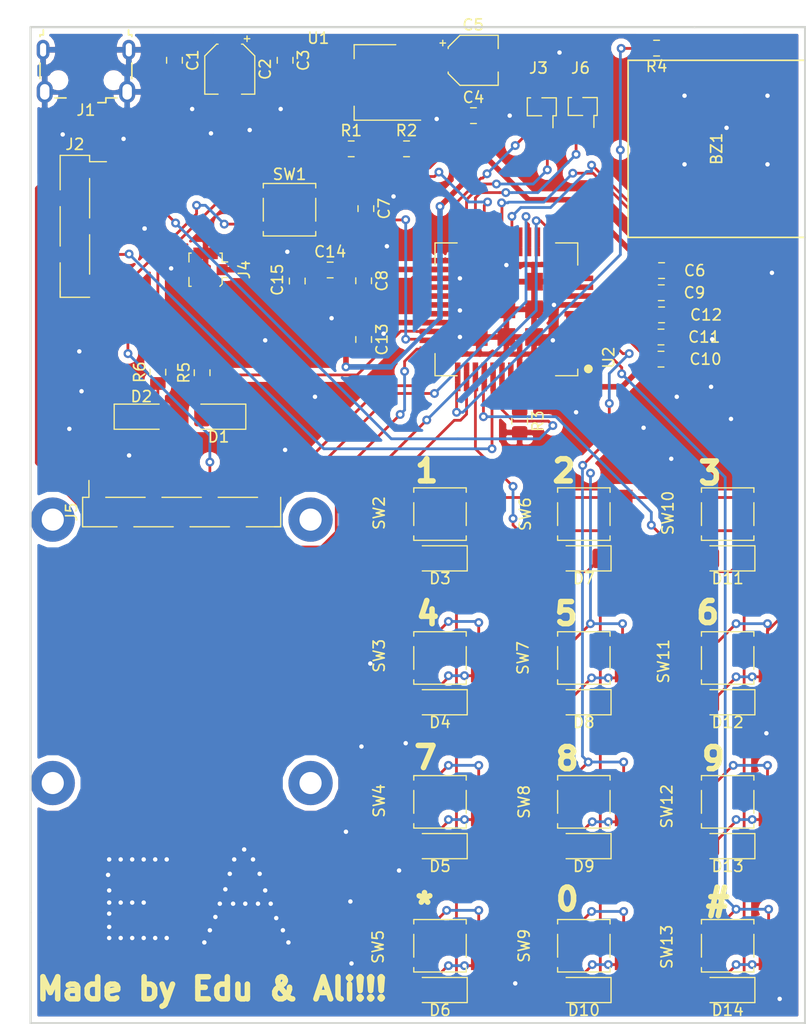
<source format=kicad_pcb>
(kicad_pcb (version 20171130) (host pcbnew "(5.0.2)-1")
  (layers (0 F.Cu signal) (31 B.Cu signal) (34 B.Paste user) (35 F.Paste user) (36 B.SilkS user) (37 F.SilkS user) (38 B.Mask user) (39 F.Mask user) (44 Edge.Cuts user))
  (net 0 "")
  (net 1 "Net-(BZ1-Pad1)")
  (net 2 COL1)
  (net 3 +5V)
  (net 4 +3V3)
  (net 5 RES)
  (net 6 "Net-(C14-Pad2)")
  (net 7 "Net-(C14-Pad1)")
  (net 8 "Net-(D1-Pad2)")
  (net 9 "Net-(D2-Pad2)")
  (net 10 "Net-(D3-Pad2)")
  (net 11 "Net-(D4-Pad2)")
  (net 12 "Net-(D5-Pad2)")
  (net 13 "Net-(D6-Pad2)")
  (net 14 "Net-(D7-Pad2)")
  (net 15 "Net-(D8-Pad2)")
  (net 16 "Net-(D9-Pad2)")
  (net 17 "Net-(D10-Pad2)")
  (net 18 "Net-(D11-Pad2)")
  (net 19 "Net-(D12-Pad2)")
  (net 20 "Net-(D13-Pad2)")
  (net 21 "Net-(D14-Pad2)")
  (net 22 "Net-(J2-Pad2)")
  (net 23 "Net-(J2-Pad4)")
  (net 24 "Net-(J3-Pad2)")
  (net 25 D1)
  (net 26 DC)
  (net 27 D0)
  (net 28 CS)
  (net 29 "Net-(R1-Pad2)")
  (net 30 "Net-(R3-Pad1)")
  (net 31 BZ)
  (net 32 LED1)
  (net 33 LED2)
  (net 34 ROW1)
  (net 35 ROW2)
  (net 36 ROW3)
  (net 37 ROW4)
  (net 38 "Net-(U2-Pad20)")
  (net 39 "Net-(U2-Pad17)")
  (net 40 "Net-(U2-Pad15)")
  (net 41 "Net-(U2-Pad13)")
  (net 42 "Net-(U2-Pad12)")
  (net 43 "Net-(U2-Pad31)")
  (net 44 "Net-(U2-Pad30)")
  (net 45 "Net-(U2-Pad29)")
  (net 46 "Net-(U2-Pad28)")
  (net 47 "Net-(U2-Pad11)")
  (net 48 "Net-(U2-Pad10)")
  (net 49 "Net-(U2-Pad9)")
  (net 50 "Net-(U2-Pad8)")
  (net 51 "Net-(U2-Pad45)")
  (net 52 "Net-(U2-Pad46)")
  (net 53 "Net-(U2-Pad47)")
  (net 54 GND)
  (net 55 COL2)
  (net 56 COL3)
  (net 57 "Net-(J3-Pad1)")
  (net 58 "Net-(J6-Pad2)")
  (module CMWX1ZZABZ:CMWX1ZZABZ_longer_pads (layer F.Cu) (at 154.2 73.2 180)
    (fp_text reference U2 (at -9.25 -4.36 90) (layer F.SilkS))
    (fp_text value CMWX1ZZABZ-078)
    (pad 48 smd rect (at -4.4 -7 90) (size 0.8 0.5) (layers F.Cu F.Paste F.Mask) (net 4 +3V3))
    (pad 48 smd rect (at -4.4 -6.1 90) (size 1 0.5) (layers F.Cu) (net 4 +3V3))
    (pad 47 smd rect (at -3.6 -7 90) (size 0.8 0.5) (layers F.Cu F.Paste F.Mask) (net 53 "Net-(U2-Pad47)"))
    (pad 47 smd rect (at -3.6 -6.1 90) (size 1 0.5) (layers F.Cu) (net 53 "Net-(U2-Pad47)"))
    (pad 46 smd rect (at -2.8 -7 90) (size 0.8 0.5) (layers F.Cu F.Paste F.Mask) (net 52 "Net-(U2-Pad46)"))
    (pad 46 smd rect (at -2.8 -6.1 90) (size 1 0.5) (layers F.Cu) (net 52 "Net-(U2-Pad46)"))
    (pad 45 smd rect (at -2 -7 90) (size 0.8 0.5) (layers F.Cu F.Paste F.Mask) (net 51 "Net-(U2-Pad45)"))
    (pad 45 smd rect (at -2 -6.1 90) (size 1 0.5) (layers F.Cu) (net 51 "Net-(U2-Pad45)"))
    (pad 44 smd rect (at -1.2 -7 90) (size 0.8 0.5) (layers F.Cu F.Paste F.Mask) (net 54 GND))
    (pad 44 smd rect (at -1.2 -6.1 90) (size 1 0.5) (layers F.Cu) (net 54 GND))
    (pad 43 smd rect (at -0.4 -7 90) (size 0.8 0.5) (layers F.Cu F.Paste F.Mask) (net 30 "Net-(R3-Pad1)"))
    (pad 43 smd rect (at -0.4 -6.1 90) (size 1 0.5) (layers F.Cu) (net 30 "Net-(R3-Pad1)"))
    (pad 42 smd rect (at 0.4 -7 90) (size 0.8 0.5) (layers F.Cu F.Paste F.Mask) (net 22 "Net-(J2-Pad2)"))
    (pad 42 smd rect (at 0.4 -6.1 90) (size 1 0.5) (layers F.Cu) (net 22 "Net-(J2-Pad2)"))
    (pad 41 smd rect (at 1.2 -7 90) (size 0.8 0.5) (layers F.Cu F.Paste F.Mask) (net 23 "Net-(J2-Pad4)"))
    (pad 41 smd rect (at 1.2 -6.1 90) (size 1 0.5) (layers F.Cu) (net 23 "Net-(J2-Pad4)"))
    (pad 40 smd rect (at 2 -7 90) (size 0.8 0.5) (layers F.Cu F.Paste F.Mask) (net 56 COL3))
    (pad 40 smd rect (at 2 -6.1 90) (size 1 0.5) (layers F.Cu) (net 56 COL3))
    (pad 39 smd rect (at 2.8 -7 90) (size 0.8 0.5) (layers F.Cu F.Paste F.Mask) (net 55 COL2))
    (pad 39 smd rect (at 2.8 -6.1 90) (size 1 0.5) (layers F.Cu) (net 55 COL2))
    (pad 38 smd rect (at 3.6 -7 90) (size 0.8 0.5) (layers F.Cu F.Paste F.Mask) (net 2 COL1))
    (pad 38 smd rect (at 3.6 -6.1 90) (size 1 0.5) (layers F.Cu) (net 2 COL1))
    (pad 37 smd rect (at 4.4 -7 90) (size 0.8 0.5) (layers F.Cu F.Paste F.Mask) (net 31 BZ))
    (pad 37 smd rect (at 4.4 -6.1 90) (size 1 0.5) (layers F.Cu) (net 31 BZ))
    (pad 36 smd rect (at 7.45 -4.4) (size 0.8 0.5) (layers F.Cu F.Paste F.Mask) (net 28 CS))
    (pad 36 smd rect (at 6.55 -4.4) (size 1 0.5) (layers F.Cu) (net 28 CS))
    (pad 35 smd rect (at 7.45 -3.6) (size 0.8 0.5) (layers F.Cu F.Paste F.Mask) (net 26 DC))
    (pad 35 smd rect (at 6.55 -3.6) (size 1 0.5) (layers F.Cu) (net 26 DC))
    (pad 34 smd rect (at 7.45 -2.8) (size 0.8 0.5) (layers F.Cu F.Paste F.Mask) (net 5 RES))
    (pad 34 smd rect (at 6.55 -2.8) (size 1 0.5) (layers F.Cu) (net 5 RES))
    (pad 33 smd rect (at 7.45 -2) (size 0.8 0.5) (layers F.Cu F.Paste F.Mask) (net 32 LED1))
    (pad 33 smd rect (at 6.55 -2) (size 1 0.5) (layers F.Cu) (net 32 LED1))
    (pad 32 smd rect (at 7.45 -1.2) (size 0.8 0.5) (layers F.Cu F.Paste F.Mask) (net 4 +3V3))
    (pad 32 smd rect (at 6.55 -1.2) (size 1 0.5) (layers F.Cu) (net 4 +3V3))
    (pad 31 smd rect (at 7.45 -0.4) (size 0.8 0.5) (layers F.Cu F.Paste F.Mask) (net 43 "Net-(U2-Pad31)"))
    (pad 31 smd rect (at 6.55 -0.4) (size 1 0.5) (layers F.Cu) (net 43 "Net-(U2-Pad31)"))
    (pad 30 smd rect (at 7.45 0.4) (size 0.8 0.5) (layers F.Cu F.Paste F.Mask) (net 44 "Net-(U2-Pad30)"))
    (pad 30 smd rect (at 6.55 0.4) (size 1 0.5) (layers F.Cu) (net 44 "Net-(U2-Pad30)"))
    (pad 29 smd rect (at 7.45 1.2) (size 0.8 0.5) (layers F.Cu F.Paste F.Mask) (net 45 "Net-(U2-Pad29)"))
    (pad 29 smd rect (at 6.55 1.2) (size 1 0.5) (layers F.Cu) (net 45 "Net-(U2-Pad29)"))
    (pad 28 smd rect (at 7.45 2) (size 0.8 0.5) (layers F.Cu F.Paste F.Mask) (net 46 "Net-(U2-Pad28)"))
    (pad 28 smd rect (at 6.55 2) (size 1 0.5) (layers F.Cu) (net 46 "Net-(U2-Pad28)"))
    (pad 27 smd rect (at 7.45 2.8) (size 0.8 0.5) (layers F.Cu F.Paste F.Mask) (net 54 GND))
    (pad 27 smd rect (at 6.55 2.8) (size 1 0.5) (layers F.Cu) (net 54 GND))
    (pad 26 smd rect (at 7.45 3.6) (size 0.8 0.5) (layers F.Cu F.Paste F.Mask) (net 6 "Net-(C14-Pad2)"))
    (pad 26 smd rect (at 6.55 3.6) (size 1 0.5) (layers F.Cu) (net 6 "Net-(C14-Pad2)"))
    (pad 25 smd rect (at 7.45 4.4) (size 0.8 0.5) (layers F.Cu F.Paste F.Mask) (net 54 GND))
    (pad 25 smd rect (at 6.55 4.4) (size 1 0.5) (layers F.Cu) (net 54 GND))
    (pad 24 smd rect (at 4.4 7 270) (size 0.8 0.5) (layers F.Cu F.Paste F.Mask) (net 24 "Net-(J3-Pad2)"))
    (pad 24 smd rect (at 4.4 6.1 270) (size 1 0.5) (layers F.Cu) (net 24 "Net-(J3-Pad2)"))
    (pad 23 smd rect (at 3.6 7 270) (size 0.8 0.5) (layers F.Cu F.Paste F.Mask) (net 57 "Net-(J3-Pad1)"))
    (pad 23 smd rect (at 3.6 6.1 270) (size 1 0.5) (layers F.Cu) (net 57 "Net-(J3-Pad1)"))
    (pad 22 smd rect (at 2.8 7 270) (size 0.8 0.5) (layers F.Cu F.Paste F.Mask) (net 58 "Net-(J6-Pad2)"))
    (pad 22 smd rect (at 2.8 6.1 270) (size 1 0.5) (layers F.Cu) (net 58 "Net-(J6-Pad2)"))
    (pad 21 smd rect (at 2 7 270) (size 0.8 0.5) (layers F.Cu F.Paste F.Mask) (net 33 LED2))
    (pad 21 smd rect (at 2 6.1 270) (size 1 0.5) (layers F.Cu) (net 33 LED2))
    (pad 20 smd rect (at 1.2 7 270) (size 0.8 0.5) (layers F.Cu F.Paste F.Mask) (net 38 "Net-(U2-Pad20)"))
    (pad 20 smd rect (at 1.2 6.1 270) (size 1 0.5) (layers F.Cu) (net 38 "Net-(U2-Pad20)"))
    (pad 19 smd rect (at 0.4 7 270) (size 0.8 0.5) (layers F.Cu F.Paste F.Mask) (net 34 ROW1))
    (pad 19 smd rect (at 0.4 6.1 270) (size 1 0.5) (layers F.Cu) (net 34 ROW1))
    (pad 18 smd rect (at -0.4 7 270) (size 0.8 0.5) (layers F.Cu F.Paste F.Mask) (net 35 ROW2))
    (pad 18 smd rect (at -0.4 6.1 270) (size 1 0.5) (layers F.Cu) (net 35 ROW2))
    (pad 17 smd rect (at -1.2 7 270) (size 0.8 0.5) (layers F.Cu F.Paste F.Mask) (net 39 "Net-(U2-Pad17)"))
    (pad 17 smd rect (at -1.2 6.1 270) (size 1 0.5) (layers F.Cu) (net 39 "Net-(U2-Pad17)"))
    (pad 16 smd rect (at -2 7 270) (size 0.8 0.5) (layers F.Cu F.Paste F.Mask) (net 27 D0))
    (pad 16 smd rect (at -2 6.1 270) (size 1 0.5) (layers F.Cu) (net 27 D0))
    (pad 15 smd rect (at -2.8 7 270) (size 0.8 0.5) (layers F.Cu F.Paste F.Mask) (net 40 "Net-(U2-Pad15)"))
    (pad 15 smd rect (at -2.8 6.1 270) (size 1 0.5) (layers F.Cu) (net 40 "Net-(U2-Pad15)"))
    (pad 14 smd rect (at -3.6 7 270) (size 0.8 0.5) (layers F.Cu F.Paste F.Mask) (net 25 D1))
    (pad 14 smd rect (at -3.6 6.1 270) (size 1 0.5) (layers F.Cu) (net 25 D1))
    (pad 13 smd rect (at -4.4 7 270) (size 0.8 0.5) (layers F.Cu F.Paste F.Mask) (net 41 "Net-(U2-Pad13)"))
    (pad 13 smd rect (at -4.4 6.1 270) (size 1 0.5) (layers F.Cu) (net 41 "Net-(U2-Pad13)"))
    (pad 12 smd rect (at -7.45 4.4 180) (size 0.8 0.5) (layers F.Cu F.Paste F.Mask) (net 42 "Net-(U2-Pad12)"))
    (pad 12 smd rect (at -6.55 4.4 180) (size 1 0.5) (layers F.Cu) (net 42 "Net-(U2-Pad12)"))
    (pad 11 smd rect (at -7.45 3.6 180) (size 0.8 0.5) (layers F.Cu F.Paste F.Mask) (net 47 "Net-(U2-Pad11)"))
    (pad 11 smd rect (at -6.55 3.6 180) (size 1 0.5) (layers F.Cu) (net 47 "Net-(U2-Pad11)"))
    (pad 10 smd rect (at -7.45 2.8 180) (size 0.8 0.5) (layers F.Cu F.Paste F.Mask) (net 48 "Net-(U2-Pad10)"))
    (pad 10 smd rect (at -6.55 2.8 180) (size 1 0.5) (layers F.Cu) (net 48 "Net-(U2-Pad10)"))
    (pad 9 smd rect (at -7.45 2 180) (size 0.8 0.5) (layers F.Cu F.Paste F.Mask) (net 49 "Net-(U2-Pad9)"))
    (pad 9 smd rect (at -6.55 2 180) (size 1 0.5) (layers F.Cu) (net 49 "Net-(U2-Pad9)"))
    (pad 8 smd rect (at -7.45 1.2 180) (size 0.8 0.5) (layers F.Cu F.Paste F.Mask) (net 50 "Net-(U2-Pad8)"))
    (pad 8 smd rect (at -6.55 1.2 180) (size 1 0.5) (layers F.Cu) (net 50 "Net-(U2-Pad8)"))
    (pad 7 smd rect (at -7.45 0.4 180) (size 0.8 0.5) (layers F.Cu F.Paste F.Mask) (net 54 GND))
    (pad 7 smd rect (at -6.55 0.4 180) (size 1 0.5) (layers F.Cu) (net 54 GND))
    (pad 6 smd rect (at -7.45 -0.4 180) (size 0.8 0.5) (layers F.Cu F.Paste F.Mask) (net 4 +3V3))
    (pad 6 smd rect (at -6.55 -0.4 180) (size 1 0.5) (layers F.Cu) (net 4 +3V3))
    (pad 5 smd rect (at -7.45 -1.2 180) (size 0.8 0.5) (layers F.Cu F.Paste F.Mask) (net 4 +3V3))
    (pad 5 smd rect (at -6.55 -1.2 180) (size 1 0.5) (layers F.Cu) (net 4 +3V3))
    (pad 4 smd rect (at -7.45 -2 180) (size 0.8 0.5) (layers F.Cu F.Paste F.Mask) (net 4 +3V3))
    (pad 4 smd rect (at -6.55 -2 180) (size 1 0.5) (layers F.Cu) (net 4 +3V3))
    (pad 3 smd rect (at -7.45 -2.8 180) (size 0.8 0.5) (layers F.Cu F.Paste F.Mask) (net 54 GND))
    (pad 3 smd rect (at -6.55 -2.8 180) (size 1 0.5) (layers F.Cu) (net 54 GND))
    (pad 2 smd rect (at -7.45 -3.6 180) (size 0.8 0.5) (layers F.Cu F.Paste F.Mask) (net 36 ROW3))
    (pad 2 smd rect (at -6.55 -3.6 180) (size 1 0.5) (layers F.Cu) (net 36 ROW3))
    (pad 1 smd rect (at -7.45 -4.4 180) (size 0.8 0.5) (layers F.Cu F.Paste F.Mask) (net 37 ROW4))
    (pad 1 smd rect (at -6.55 -4.4 180) (size 1 0.5) (layers F.Cu) (net 37 ROW4))
    (pad 57 smd rect (at 2.5 2.5 270) (size 1.6 1.6) (layers F.Cu F.Paste F.Mask) (net 54 GND))
    (pad 56 smd rect (at 0 2.5 270) (size 1.6 1.6) (layers F.Cu F.Paste F.Mask) (net 54 GND))
    (pad 55 smd rect (at -2.5 2.5 270) (size 1.6 1.6) (layers F.Cu F.Paste F.Mask) (net 54 GND))
    (pad 54 smd rect (at 2.5 0 270) (size 1.6 1.6) (layers F.Cu F.Paste F.Mask) (net 54 GND))
    (pad 53 smd rect (at 0 0 270) (size 1.6 1.6) (layers F.Cu F.Paste F.Mask) (net 54 GND))
    (pad 52 smd rect (at -2.5 0 270) (size 1.6 1.6) (layers F.Cu F.Paste F.Mask) (net 54 GND))
    (pad 51 smd rect (at 2.5 -2.5 270) (size 1.6 1.6) (layers F.Cu F.Paste F.Mask) (net 54 GND))
    (pad 50 smd rect (at 0 -2.5 270) (size 1.6 1.6) (layers F.Cu F.Paste F.Mask) (net 54 GND))
    (pad 49 smd rect (at -2.5 -2.5 270) (size 1.6 1.6) (layers F.Cu F.Paste F.Mask) (net 54 GND))
    (pad 48 smd rect (at -4.4 -5.2 270) (size 0.8 0.5) (layers F.Cu F.Paste F.Mask) (net 4 +3V3))
    (pad 47 smd rect (at -3.6 -5.2 270) (size 0.8 0.5) (layers F.Cu F.Paste F.Mask) (net 53 "Net-(U2-Pad47)"))
    (pad 46 smd rect (at -2.8 -5.2 270) (size 0.8 0.5) (layers F.Cu F.Paste F.Mask) (net 52 "Net-(U2-Pad46)"))
    (pad 45 smd rect (at -2 -5.2 270) (size 0.8 0.5) (layers F.Cu F.Paste F.Mask) (net 51 "Net-(U2-Pad45)"))
    (pad 44 smd rect (at -1.2 -5.2 270) (size 0.8 0.5) (layers F.Cu F.Paste F.Mask) (net 54 GND))
    (pad 43 smd rect (at -0.4 -5.2 270) (size 0.8 0.5) (layers F.Cu F.Paste F.Mask) (net 30 "Net-(R3-Pad1)"))
    (pad 42 smd rect (at 0.4 -5.2 270) (size 0.8 0.5) (layers F.Cu F.Paste F.Mask) (net 22 "Net-(J2-Pad2)"))
    (pad 1 smd rect (at -5.65 -4.4 180) (size 0.8 0.5) (layers F.Cu F.Paste F.Mask) (net 37 ROW4))
    (pad 2 smd rect (at -5.65 -3.6 180) (size 0.8 0.5) (layers F.Cu F.Paste F.Mask) (net 36 ROW3))
    (pad 3 smd rect (at -5.65 -2.8 180) (size 0.8 0.5) (layers F.Cu F.Paste F.Mask) (net 54 GND))
    (pad 4 smd rect (at -5.65 -2 180) (size 0.8 0.5) (layers F.Cu F.Paste F.Mask) (net 4 +3V3))
    (pad 5 smd rect (at -5.65 -1.2 180) (size 0.8 0.5) (layers F.Cu F.Paste F.Mask) (net 4 +3V3))
    (pad 6 smd rect (at -5.65 -0.4 180) (size 0.8 0.5) (layers F.Cu F.Paste F.Mask) (net 4 +3V3))
    (pad 7 smd rect (at -5.65 0.4 180) (size 0.8 0.5) (layers F.Cu F.Paste F.Mask) (net 54 GND))
    (pad 8 smd rect (at -5.65 1.2 180) (size 0.8 0.5) (layers F.Cu F.Paste F.Mask) (net 50 "Net-(U2-Pad8)"))
    (pad 9 smd rect (at -5.65 2 180) (size 0.8 0.5) (layers F.Cu F.Paste F.Mask) (net 49 "Net-(U2-Pad9)"))
    (pad 10 smd rect (at -5.65 2.8 180) (size 0.8 0.5) (layers F.Cu F.Paste F.Mask) (net 48 "Net-(U2-Pad10)"))
    (pad 11 smd rect (at -5.65 3.6 180) (size 0.8 0.5) (layers F.Cu F.Paste F.Mask) (net 47 "Net-(U2-Pad11)"))
    (pad 27 smd rect (at 5.65 2.8 180) (size 0.8 0.5) (layers F.Cu F.Paste F.Mask) (net 54 GND))
    (pad 28 smd rect (at 5.65 2 180) (size 0.8 0.5) (layers F.Cu F.Paste F.Mask) (net 46 "Net-(U2-Pad28)"))
    (pad 29 smd rect (at 5.65 1.2 180) (size 0.8 0.5) (layers F.Cu F.Paste F.Mask) (net 45 "Net-(U2-Pad29)"))
    (pad 30 smd rect (at 5.65 0.4 180) (size 0.8 0.5) (layers F.Cu F.Paste F.Mask) (net 44 "Net-(U2-Pad30)"))
    (pad 31 smd rect (at 5.65 -0.4 180) (size 0.8 0.5) (layers F.Cu F.Paste F.Mask) (net 43 "Net-(U2-Pad31)"))
    (pad 32 smd rect (at 5.65 -1.2 180) (size 0.8 0.5) (layers F.Cu F.Paste F.Mask) (net 4 +3V3))
    (pad 33 smd rect (at 5.65 -2 180) (size 0.8 0.5) (layers F.Cu F.Paste F.Mask) (net 32 LED1))
    (pad 34 smd rect (at 5.65 -2.8 180) (size 0.8 0.5) (layers F.Cu F.Paste F.Mask) (net 5 RES))
    (pad 35 smd rect (at 5.65 -3.6 180) (size 0.8 0.5) (layers F.Cu F.Paste F.Mask) (net 26 DC))
    (pad 36 smd rect (at 5.65 -4.4 180) (size 0.8 0.5) (layers F.Cu F.Paste F.Mask) (net 28 CS))
    (pad 37 smd rect (at 4.4 -5.2 270) (size 0.8 0.5) (layers F.Cu F.Paste F.Mask) (net 31 BZ))
    (pad 39 smd rect (at 2.8 -5.2 270) (size 0.8 0.5) (layers F.Cu F.Paste F.Mask) (net 55 COL2))
    (pad 40 smd rect (at 2 -5.2 270) (size 0.8 0.5) (layers F.Cu F.Paste F.Mask) (net 56 COL3))
    (pad 41 smd rect (at 1.2 -5.2 270) (size 0.8 0.5) (layers F.Cu F.Paste F.Mask) (net 23 "Net-(J2-Pad4)"))
    (pad 12 smd rect (at -5.65 4.4 180) (size 0.8 0.5) (layers F.Cu F.Paste F.Mask) (net 42 "Net-(U2-Pad12)"))
    (pad 13 smd rect (at -4.4 5.2 270) (size 0.8 0.5) (layers F.Cu F.Paste F.Mask) (net 41 "Net-(U2-Pad13)"))
    (pad 14 smd rect (at -3.6 5.2 270) (size 0.8 0.5) (layers F.Cu F.Paste F.Mask) (net 25 D1))
    (pad 15 smd rect (at -2.8 5.2 270) (size 0.8 0.5) (layers F.Cu F.Paste F.Mask) (net 40 "Net-(U2-Pad15)"))
    (pad 16 smd rect (at -2 5.2 270) (size 0.8 0.5) (layers F.Cu F.Paste F.Mask) (net 27 D0))
    (pad 17 smd rect (at -1.2 5.2 270) (size 0.8 0.5) (layers F.Cu F.Paste F.Mask) (net 39 "Net-(U2-Pad17)"))
    (pad 18 smd rect (at -0.4 5.2 270) (size 0.8 0.5) (layers F.Cu F.Paste F.Mask) (net 35 ROW2))
    (pad 19 smd rect (at 0.4 5.2 270) (size 0.8 0.5) (layers F.Cu F.Paste F.Mask) (net 34 ROW1))
    (pad 20 smd rect (at 1.2 5.2 90) (size 0.8 0.5) (layers F.Cu F.Paste F.Mask) (net 38 "Net-(U2-Pad20)"))
    (pad 21 smd rect (at 2 5.2 90) (size 0.8 0.5) (layers F.Cu F.Paste F.Mask) (net 33 LED2))
    (pad 22 smd rect (at 2.8 5.2 90) (size 0.8 0.5) (layers F.Cu F.Paste F.Mask) (net 58 "Net-(J6-Pad2)"))
    (pad 23 smd rect (at 3.6 5.2 90) (size 0.8 0.5) (layers F.Cu F.Paste F.Mask) (net 57 "Net-(J3-Pad1)"))
    (pad 24 smd rect (at 4.4 5.2 90) (size 0.8 0.5) (layers F.Cu F.Paste F.Mask) (net 24 "Net-(J3-Pad2)"))
    (pad 25 smd rect (at 5.65 4.4 180) (size 0.8 0.5) (layers F.Cu F.Paste F.Mask) (net 54 GND))
    (pad 26 smd rect (at 5.65 3.6 180) (size 0.8 0.5) (layers F.Cu F.Paste F.Mask) (net 6 "Net-(C14-Pad2)"))
    (pad 38 smd rect (at 3.6 -5.2 270) (size 0.8 0.5) (layers F.Cu F.Paste F.Mask) (net 2 COL1))
  )
  (module KMGT1603:kmtg1603-1 (layer F.Cu) (at 173.2 58.7 270)
    (fp_text reference BZ1 (at 0 0 270) (layer F.SilkS))
    (fp_text value Buzzer)
    (pad 1 smd rect (at -9 0 270) (size 2.5 3.5) (layers F.Cu F.Paste F.Mask) (net 1 "Net-(BZ1-Pad1)"))
    (pad 2 smd rect (at 9 0 270) (size 2.5 3.5) (layers F.Cu F.Paste F.Mask) (net 54 GND))
  )
  (module Capacitor_SMD:C_0805_2012Metric_Pad1.15x1.40mm_HandSolder (layer F.Cu) (at 124.2 50.7 270)
    (fp_text reference C1 (at 0 -1.65 270) (layer F.SilkS))
    (fp_text value 100n)
    (pad 1 smd roundrect (at -1.025 0 270) (size 1.15 1.4) (layers F.Cu F.Paste F.Mask) (roundrect_rratio 0.217391) (net 3 +5V))
    (pad 2 smd roundrect (at 1.025 0 270) (size 1.15 1.4) (layers F.Cu F.Paste F.Mask) (roundrect_rratio 0.217391) (net 54 GND))
  )
  (module Capacitor_SMD:CP_Elec_4x5.4 (layer F.Cu) (at 129.2 51.5 270)
    (fp_text reference C2 (at 0 -3.2 270) (layer F.SilkS))
    (fp_text value 10u)
    (pad 1 smd roundrect (at -1.8 0 270) (size 2.6 1.6) (layers F.Cu F.Paste F.Mask) (roundrect_rratio 0.15625) (net 3 +5V))
    (pad 2 smd roundrect (at 1.8 0 270) (size 2.6 1.6) (layers F.Cu F.Paste F.Mask) (roundrect_rratio 0.15625) (net 54 GND))
  )
  (module Capacitor_SMD:C_0805_2012Metric_Pad1.15x1.40mm_HandSolder (layer F.Cu) (at 134.2 50.7 270)
    (fp_text reference C3 (at 0 -1.65 270) (layer F.SilkS))
    (fp_text value 100n)
    (pad 1 smd roundrect (at -1.025 0 270) (size 1.15 1.4) (layers F.Cu F.Paste F.Mask) (roundrect_rratio 0.217391) (net 3 +5V))
    (pad 2 smd roundrect (at 1.025 0 270) (size 1.15 1.4) (layers F.Cu F.Paste F.Mask) (roundrect_rratio 0.217391) (net 54 GND))
  )
  (module Capacitor_SMD:C_0805_2012Metric_Pad1.15x1.40mm_HandSolder (layer F.Cu) (at 151.225 55.7)
    (fp_text reference C4 (at 0 -1.65) (layer F.SilkS))
    (fp_text value 100n)
    (pad 2 smd roundrect (at 1.025 0) (size 1.15 1.4) (layers F.Cu F.Paste F.Mask) (roundrect_rratio 0.217391) (net 54 GND))
    (pad 1 smd roundrect (at -1.025 0) (size 1.15 1.4) (layers F.Cu F.Paste F.Mask) (roundrect_rratio 0.217391) (net 4 +3V3))
  )
  (module Capacitor_SMD:CP_Elec_4x5.4 (layer F.Cu) (at 151.2 50.7)
    (fp_text reference C5 (at 0 -3.2) (layer F.SilkS))
    (fp_text value 10u)
    (pad 2 smd roundrect (at 1.8 0) (size 2.6 1.6) (layers F.Cu F.Paste F.Mask) (roundrect_rratio 0.15625) (net 54 GND))
    (pad 1 smd roundrect (at -1.8 0) (size 2.6 1.6) (layers F.Cu F.Paste F.Mask) (roundrect_rratio 0.15625) (net 4 +3V3))
  )
  (module Capacitor_SMD:C_0805_2012Metric_Pad1.15x1.40mm_HandSolder (layer F.Cu) (at 168.225 69.7)
    (fp_text reference C6 (at 3 0) (layer F.SilkS))
    (fp_text value 10uF)
    (pad 1 smd roundrect (at -1.025 0) (size 1.15 1.4) (layers F.Cu F.Paste F.Mask) (roundrect_rratio 0.217391) (net 4 +3V3))
    (pad 2 smd roundrect (at 1.025 0) (size 1.15 1.4) (layers F.Cu F.Paste F.Mask) (roundrect_rratio 0.217391) (net 54 GND))
  )
  (module Capacitor_SMD:C_0805_2012Metric_Pad1.15x1.40mm_HandSolder (layer F.Cu) (at 141.5 64.1 270)
    (fp_text reference C7 (at 0 -1.65 270) (layer F.SilkS))
    (fp_text value 100n)
    (pad 1 smd roundrect (at -1.025 0 270) (size 1.15 1.4) (layers F.Cu F.Paste F.Mask) (roundrect_rratio 0.217391) (net 54 GND))
    (pad 2 smd roundrect (at 1.025 0 270) (size 1.15 1.4) (layers F.Cu F.Paste F.Mask) (roundrect_rratio 0.217391) (net 5 RES))
  )
  (module Capacitor_SMD:C_0805_2012Metric_Pad1.15x1.40mm_HandSolder (layer F.Cu) (at 141.297803 70.619008 270)
    (fp_text reference C8 (at 0 -1.65 270) (layer F.SilkS))
    (fp_text value 100n)
    (pad 1 smd roundrect (at -1.025 0 270) (size 1.15 1.4) (layers F.Cu F.Paste F.Mask) (roundrect_rratio 0.217391) (net 6 "Net-(C14-Pad2)"))
    (pad 2 smd roundrect (at 1.025 0 270) (size 1.15 1.4) (layers F.Cu F.Paste F.Mask) (roundrect_rratio 0.217391) (net 54 GND))
  )
  (module Capacitor_SMD:C_0805_2012Metric_Pad1.15x1.40mm_HandSolder (layer F.Cu) (at 168.2 71.7)
    (fp_text reference C9 (at 3 0) (layer F.SilkS))
    (fp_text value 1uF)
    (pad 2 smd roundrect (at 1.025 0) (size 1.15 1.4) (layers F.Cu F.Paste F.Mask) (roundrect_rratio 0.217391) (net 54 GND))
    (pad 1 smd roundrect (at -1.025 0) (size 1.15 1.4) (layers F.Cu F.Paste F.Mask) (roundrect_rratio 0.217391) (net 4 +3V3))
  )
  (module Capacitor_SMD:C_0805_2012Metric_Pad1.15x1.40mm_HandSolder (layer F.Cu) (at 168.175 77.7)
    (fp_text reference C10 (at 4.025 0) (layer F.SilkS))
    (fp_text value 10uF)
    (pad 2 smd roundrect (at 1.025 0) (size 1.15 1.4) (layers F.Cu F.Paste F.Mask) (roundrect_rratio 0.217391) (net 54 GND))
    (pad 1 smd roundrect (at -1.025 0) (size 1.15 1.4) (layers F.Cu F.Paste F.Mask) (roundrect_rratio 0.217391) (net 4 +3V3))
  )
  (module Capacitor_SMD:C_0805_2012Metric_Pad1.15x1.40mm_HandSolder (layer F.Cu) (at 168.175 75.7)
    (fp_text reference C11 (at 3.904999 0) (layer F.SilkS))
    (fp_text value 0.1uF)
    (pad 2 smd roundrect (at 1.025 0) (size 1.15 1.4) (layers F.Cu F.Paste F.Mask) (roundrect_rratio 0.217391) (net 54 GND))
    (pad 1 smd roundrect (at -1.025 0) (size 1.15 1.4) (layers F.Cu F.Paste F.Mask) (roundrect_rratio 0.217391) (net 4 +3V3))
  )
  (module Capacitor_SMD:C_0805_2012Metric_Pad1.15x1.40mm_HandSolder (layer F.Cu) (at 168.225 73.7)
    (fp_text reference C12 (at 4.025 0) (layer F.SilkS))
    (fp_text value 0.1uF)
    (pad 1 smd roundrect (at -1.025 0) (size 1.15 1.4) (layers F.Cu F.Paste F.Mask) (roundrect_rratio 0.217391) (net 4 +3V3))
    (pad 2 smd roundrect (at 1.025 0) (size 1.15 1.4) (layers F.Cu F.Paste F.Mask) (roundrect_rratio 0.217391) (net 54 GND))
  )
  (module Capacitor_SMD:C_0805_2012Metric_Pad1.15x1.40mm_HandSolder (layer F.Cu) (at 141.3 75.925 270)
    (fp_text reference C13 (at 0 -1.65 270) (layer F.SilkS))
    (fp_text value 1uF)
    (pad 2 smd roundrect (at 1.025 0 270) (size 1.15 1.4) (layers F.Cu F.Paste F.Mask) (roundrect_rratio 0.217391) (net 54 GND))
    (pad 1 smd roundrect (at -1.025 0 270) (size 1.15 1.4) (layers F.Cu F.Paste F.Mask) (roundrect_rratio 0.217391) (net 4 +3V3))
  )
  (module Capacitor_SMD:C_0805_2012Metric_Pad1.15x1.40mm_HandSolder (layer F.Cu) (at 138.272803 69.644008)
    (fp_text reference C14 (at 0 -1.65) (layer F.SilkS))
    (fp_text value 100p)
    (pad 1 smd roundrect (at -1.025 0) (size 1.15 1.4) (layers F.Cu F.Paste F.Mask) (roundrect_rratio 0.217391) (net 7 "Net-(C14-Pad1)"))
    (pad 2 smd roundrect (at 1.025 0) (size 1.15 1.4) (layers F.Cu F.Paste F.Mask) (roundrect_rratio 0.217391) (net 6 "Net-(C14-Pad2)"))
  )
  (module Capacitor_SMD:C_0805_2012Metric_Pad1.15x1.40mm_HandSolder (layer F.Cu) (at 135.297803 70.644008 270)
    (fp_text reference C15 (at -0.114008 1.797803 270) (layer F.SilkS))
    (fp_text value 100n)
    (pad 2 smd roundrect (at 1.025 0 270) (size 1.15 1.4) (layers F.Cu F.Paste F.Mask) (roundrect_rratio 0.217391) (net 54 GND))
    (pad 1 smd roundrect (at -1.025 0 270) (size 1.15 1.4) (layers F.Cu F.Paste F.Mask) (roundrect_rratio 0.217391) (net 7 "Net-(C14-Pad1)"))
  )
  (module LED_SMD:LED_1206_3216Metric_Pad1.42x1.75mm_HandSolder (layer F.Cu) (at 128.1875 82.9 180)
    (fp_text reference D1 (at 0 -1.82 180) (layer F.SilkS))
    (fp_text value LED)
    (pad 1 smd roundrect (at -1.4875 0 180) (size 1.425 1.75) (layers F.Cu F.Paste F.Mask) (roundrect_rratio 0.175439) (net 54 GND))
    (pad 2 smd roundrect (at 1.4875 0 180) (size 1.425 1.75) (layers F.Cu F.Paste F.Mask) (roundrect_rratio 0.175439) (net 8 "Net-(D1-Pad2)"))
  )
  (module LED_SMD:LED_1206_3216Metric_Pad1.42x1.75mm_HandSolder (layer F.Cu) (at 121.2125 82.9)
    (fp_text reference D2 (at 0 -1.82) (layer F.SilkS))
    (fp_text value LED)
    (pad 2 smd roundrect (at 1.4875 0) (size 1.425 1.75) (layers F.Cu F.Paste F.Mask) (roundrect_rratio 0.175439) (net 9 "Net-(D2-Pad2)"))
    (pad 1 smd roundrect (at -1.4875 0) (size 1.425 1.75) (layers F.Cu F.Paste F.Mask) (roundrect_rratio 0.175439) (net 54 GND))
  )
  (module Diode_SMD:D_1206_3216Metric_Pad1.42x1.75mm_HandSolder (layer F.Cu) (at 148.2 95.7 180)
    (fp_text reference D3 (at 0 -1.82 180) (layer F.SilkS))
    (fp_text value D)
    (pad 2 smd roundrect (at 1.4875 0 180) (size 1.425 1.75) (layers F.Cu F.Paste F.Mask) (roundrect_rratio 0.175439) (net 10 "Net-(D3-Pad2)"))
    (pad 1 smd roundrect (at -1.4875 0 180) (size 1.425 1.75) (layers F.Cu F.Paste F.Mask) (roundrect_rratio 0.175439) (net 2 COL1))
  )
  (module Diode_SMD:D_1206_3216Metric_Pad1.42x1.75mm_HandSolder (layer F.Cu) (at 148.2 108.7 180)
    (fp_text reference D4 (at 0 -1.82 180) (layer F.SilkS))
    (fp_text value D)
    (pad 1 smd roundrect (at -1.4875 0 180) (size 1.425 1.75) (layers F.Cu F.Paste F.Mask) (roundrect_rratio 0.175439) (net 2 COL1))
    (pad 2 smd roundrect (at 1.4875 0 180) (size 1.425 1.75) (layers F.Cu F.Paste F.Mask) (roundrect_rratio 0.175439) (net 11 "Net-(D4-Pad2)"))
  )
  (module Diode_SMD:D_1206_3216Metric_Pad1.42x1.75mm_HandSolder (layer F.Cu) (at 148.2 121.7 180)
    (fp_text reference D5 (at 0 -1.82 180) (layer F.SilkS))
    (fp_text value D)
    (pad 1 smd roundrect (at -1.4875 0 180) (size 1.425 1.75) (layers F.Cu F.Paste F.Mask) (roundrect_rratio 0.175439) (net 2 COL1))
    (pad 2 smd roundrect (at 1.4875 0 180) (size 1.425 1.75) (layers F.Cu F.Paste F.Mask) (roundrect_rratio 0.175439) (net 12 "Net-(D5-Pad2)"))
  )
  (module Diode_SMD:D_1206_3216Metric_Pad1.42x1.75mm_HandSolder (layer F.Cu) (at 148.2 134.7 180)
    (fp_text reference D6 (at 0 -1.82 180) (layer F.SilkS))
    (fp_text value D)
    (pad 1 smd roundrect (at -1.4875 0 180) (size 1.425 1.75) (layers F.Cu F.Paste F.Mask) (roundrect_rratio 0.175439) (net 2 COL1))
    (pad 2 smd roundrect (at 1.4875 0 180) (size 1.425 1.75) (layers F.Cu F.Paste F.Mask) (roundrect_rratio 0.175439) (net 13 "Net-(D6-Pad2)"))
  )
  (module Diode_SMD:D_1206_3216Metric_Pad1.42x1.75mm_HandSolder (layer F.Cu) (at 161.2 95.7 180)
    (fp_text reference D7 (at 0 -1.82 180) (layer F.SilkS))
    (fp_text value D)
    (pad 1 smd roundrect (at -1.4875 0 180) (size 1.425 1.75) (layers F.Cu F.Paste F.Mask) (roundrect_rratio 0.175439) (net 55 COL2))
    (pad 2 smd roundrect (at 1.4875 0 180) (size 1.425 1.75) (layers F.Cu F.Paste F.Mask) (roundrect_rratio 0.175439) (net 14 "Net-(D7-Pad2)"))
  )
  (module Diode_SMD:D_1206_3216Metric_Pad1.42x1.75mm_HandSolder (layer F.Cu) (at 161.2 108.7 180)
    (fp_text reference D8 (at 0 -1.82 180) (layer F.SilkS))
    (fp_text value D)
    (pad 1 smd roundrect (at -1.4875 0 180) (size 1.425 1.75) (layers F.Cu F.Paste F.Mask) (roundrect_rratio 0.175439) (net 55 COL2))
    (pad 2 smd roundrect (at 1.4875 0 180) (size 1.425 1.75) (layers F.Cu F.Paste F.Mask) (roundrect_rratio 0.175439) (net 15 "Net-(D8-Pad2)"))
  )
  (module Diode_SMD:D_1206_3216Metric_Pad1.42x1.75mm_HandSolder (layer F.Cu) (at 161.2 121.7 180)
    (fp_text reference D9 (at 0 -1.82 180) (layer F.SilkS))
    (fp_text value D)
    (pad 1 smd roundrect (at -1.4875 0 180) (size 1.425 1.75) (layers F.Cu F.Paste F.Mask) (roundrect_rratio 0.175439) (net 55 COL2))
    (pad 2 smd roundrect (at 1.4875 0 180) (size 1.425 1.75) (layers F.Cu F.Paste F.Mask) (roundrect_rratio 0.175439) (net 16 "Net-(D9-Pad2)"))
  )
  (module Diode_SMD:D_1206_3216Metric_Pad1.42x1.75mm_HandSolder (layer F.Cu) (at 161.2 134.7 180)
    (fp_text reference D10 (at 0 -1.82 180) (layer F.SilkS))
    (fp_text value D)
    (pad 2 smd roundrect (at 1.4875 0 180) (size 1.425 1.75) (layers F.Cu F.Paste F.Mask) (roundrect_rratio 0.175439) (net 17 "Net-(D10-Pad2)"))
    (pad 1 smd roundrect (at -1.4875 0 180) (size 1.425 1.75) (layers F.Cu F.Paste F.Mask) (roundrect_rratio 0.175439) (net 55 COL2))
  )
  (module Diode_SMD:D_1206_3216Metric_Pad1.42x1.75mm_HandSolder (layer F.Cu) (at 174.2 95.7 180)
    (fp_text reference D11 (at 0 -1.82 180) (layer F.SilkS))
    (fp_text value D)
    (pad 2 smd roundrect (at 1.4875 0 180) (size 1.425 1.75) (layers F.Cu F.Paste F.Mask) (roundrect_rratio 0.175439) (net 18 "Net-(D11-Pad2)"))
    (pad 1 smd roundrect (at -1.4875 0 180) (size 1.425 1.75) (layers F.Cu F.Paste F.Mask) (roundrect_rratio 0.175439) (net 56 COL3))
  )
  (module Diode_SMD:D_1206_3216Metric_Pad1.42x1.75mm_HandSolder (layer F.Cu) (at 174.2 108.7 180)
    (fp_text reference D12 (at 0 -1.82 180) (layer F.SilkS))
    (fp_text value D)
    (pad 2 smd roundrect (at 1.4875 0 180) (size 1.425 1.75) (layers F.Cu F.Paste F.Mask) (roundrect_rratio 0.175439) (net 19 "Net-(D12-Pad2)"))
    (pad 1 smd roundrect (at -1.4875 0 180) (size 1.425 1.75) (layers F.Cu F.Paste F.Mask) (roundrect_rratio 0.175439) (net 56 COL3))
  )
  (module Diode_SMD:D_1206_3216Metric_Pad1.42x1.75mm_HandSolder (layer F.Cu) (at 174.2 121.7 180)
    (fp_text reference D13 (at 0 -1.82 180) (layer F.SilkS))
    (fp_text value D)
    (pad 2 smd roundrect (at 1.4875 0 180) (size 1.425 1.75) (layers F.Cu F.Paste F.Mask) (roundrect_rratio 0.175439) (net 20 "Net-(D13-Pad2)"))
    (pad 1 smd roundrect (at -1.4875 0 180) (size 1.425 1.75) (layers F.Cu F.Paste F.Mask) (roundrect_rratio 0.175439) (net 56 COL3))
  )
  (module Diode_SMD:D_1206_3216Metric_Pad1.42x1.75mm_HandSolder (layer F.Cu) (at 174.2 134.7 180)
    (fp_text reference D14 (at 0 -1.82 180) (layer F.SilkS))
    (fp_text value D)
    (pad 2 smd roundrect (at 1.4875 0 180) (size 1.425 1.75) (layers F.Cu F.Paste F.Mask) (roundrect_rratio 0.175439) (net 21 "Net-(D14-Pad2)"))
    (pad 1 smd roundrect (at -1.4875 0 180) (size 1.425 1.75) (layers F.Cu F.Paste F.Mask) (roundrect_rratio 0.175439) (net 56 COL3))
  )
  (module Connector_USB:USB_Micro-B_Wuerth_629105150521 (layer F.Cu) (at 116.2 51.7 180)
    (fp_text reference J1 (at 0 -3.5 180) (layer F.SilkS))
    (fp_text value USB_OTG)
    (pad 1 smd rect (at -1.3 -1.9 180) (size 0.45 1.3) (layers F.Cu F.Paste F.Mask) (net 3 +5V))
    (pad 2 smd rect (at -0.65 -1.9 180) (size 0.45 1.3) (layers F.Cu F.Paste F.Mask))
    (pad 3 smd rect (at 0 -1.9 180) (size 0.45 1.3) (layers F.Cu F.Paste F.Mask))
    (pad 4 smd rect (at 0.65 -1.9 180) (size 0.45 1.3) (layers F.Cu F.Paste F.Mask))
    (pad 5 smd rect (at 1.3 -1.9 180) (size 0.45 1.3) (layers F.Cu F.Paste F.Mask) (net 54 GND))
    (pad 6 thru_hole oval (at -3.725 -1.85 180) (size 1.45 2) (drill oval 0.85 1.4) (layers *.Cu *.Mask) (net 54 GND))
    (pad 6 thru_hole oval (at 3.725 -1.85 180) (size 1.45 2) (drill oval 0.85 1.4) (layers *.Cu *.Mask) (net 54 GND))
    (pad 6 thru_hole oval (at -3.875 1.95 180) (size 1.15 1.8) (drill oval 0.55 1.2) (layers *.Cu *.Mask) (net 54 GND))
    (pad 6 thru_hole oval (at 3.875 1.95 180) (size 1.15 1.8) (drill oval 0.55 1.2) (layers *.Cu *.Mask) (net 54 GND))
    (pad "" np_thru_hole oval (at -2.5 -0.8 180) (size 0.8 0.8) (drill 0.8) (layers *.Cu *.Mask))
    (pad "" np_thru_hole oval (at 2.5 -0.8 180) (size 0.8 0.8) (drill 0.8) (layers *.Cu *.Mask))
  )
  (module Connector_PinHeader_2.54mm:PinHeader_1x05_P2.54mm_Vertical_SMD_Pin1Right (layer F.Cu) (at 115.2 65.7)
    (fp_text reference J2 (at 0 -7.41) (layer F.SilkS))
    (fp_text value Conn_01x05_Male)
    (pad 2 smd rect (at -1.655 -2.54) (size 2.51 1) (layers F.Cu F.Paste F.Mask) (net 22 "Net-(J2-Pad2)"))
    (pad 4 smd rect (at -1.655 2.54) (size 2.51 1) (layers F.Cu F.Paste F.Mask) (net 23 "Net-(J2-Pad4)"))
    (pad 1 smd rect (at 1.655 -5.08) (size 2.51 1) (layers F.Cu F.Paste F.Mask) (net 4 +3V3))
    (pad 3 smd rect (at 1.655 0) (size 2.51 1) (layers F.Cu F.Paste F.Mask) (net 54 GND))
    (pad 5 smd rect (at 1.655 5.08) (size 2.51 1) (layers F.Cu F.Paste F.Mask) (net 5 RES))
  )
  (module Connector_Coaxial:U.FL_Molex_MCRF_73412-0110_Vertical (layer F.Cu) (at 127.010992 69.619008 90)
    (fp_text reference J4 (at 0 3.5 90) (layer F.SilkS))
    (fp_text value Conn_Coaxial)
    (pad 2 smd rect (at -1.475 0 90) (size 1.05 2.2) (layers F.Cu F.Paste F.Mask) (net 54 GND))
    (pad 2 smd rect (at 1.475 0 90) (size 1.05 2.2) (layers F.Cu F.Paste F.Mask) (net 54 GND))
    (pad 2 smd rect (at 0 -1.5 90) (size 1 1) (layers F.Cu F.Paste F.Mask) (net 54 GND))
    (pad 1 smd rect (at 0 1.5 90) (size 1 1) (layers F.Cu F.Paste F.Mask) (net 7 "Net-(C14-Pad1)"))
  )
  (module Connector_PinHeader_2.54mm:PinHeader_1x07_P2.54mm_Vertical_SMD_Pin1Right (layer F.Cu) (at 124.85 91.515 90)
    (fp_text reference J5 (at 0 -9.95 90) (layer F.SilkS))
    (fp_text value Conn_01x07_Male)
    (pad 2 smd rect (at -1.655 -5.08 90) (size 2.51 1) (layers F.Cu F.Paste F.Mask) (net 4 +3V3))
    (pad 4 smd rect (at -1.655 0 90) (size 2.51 1) (layers F.Cu F.Paste F.Mask) (net 25 D1))
    (pad 6 smd rect (at -1.655 5.08 90) (size 2.51 1) (layers F.Cu F.Paste F.Mask) (net 26 DC))
    (pad 1 smd rect (at 1.655 -7.62 90) (size 2.51 1) (layers F.Cu F.Paste F.Mask) (net 54 GND))
    (pad 3 smd rect (at 1.655 -2.54 90) (size 2.51 1) (layers F.Cu F.Paste F.Mask) (net 27 D0))
    (pad 5 smd rect (at 1.655 2.54 90) (size 2.51 1) (layers F.Cu F.Paste F.Mask) (net 5 RES))
    (pad 7 smd rect (at 1.655 7.62 90) (size 2.51 1) (layers F.Cu F.Paste F.Mask) (net 28 CS))
  )
  (module Resistor_SMD:R_0805_2012Metric_Pad1.15x1.40mm_HandSolder (layer F.Cu) (at 140.175 58.7)
    (fp_text reference R1 (at 0 -1.65) (layer F.SilkS))
    (fp_text value 3.3k)
    (pad 2 smd roundrect (at 1.025 0) (size 1.15 1.4) (layers F.Cu F.Paste F.Mask) (roundrect_rratio 0.217391) (net 29 "Net-(R1-Pad2)"))
    (pad 1 smd roundrect (at -1.025 0) (size 1.15 1.4) (layers F.Cu F.Paste F.Mask) (roundrect_rratio 0.217391) (net 4 +3V3))
  )
  (module Resistor_SMD:R_0805_2012Metric_Pad1.15x1.40mm_HandSolder (layer F.Cu) (at 145.175 58.7)
    (fp_text reference R2 (at 0 -1.65) (layer F.SilkS))
    (fp_text value 5.6k)
    (pad 1 smd roundrect (at -1.025 0) (size 1.15 1.4) (layers F.Cu F.Paste F.Mask) (roundrect_rratio 0.217391) (net 29 "Net-(R1-Pad2)"))
    (pad 2 smd roundrect (at 1.025 0) (size 1.15 1.4) (layers F.Cu F.Paste F.Mask) (roundrect_rratio 0.217391) (net 54 GND))
  )
  (module Resistor_SMD:R_0805_2012Metric_Pad1.15x1.40mm_HandSolder (layer F.Cu) (at 155.4 83.3 270)
    (fp_text reference R3 (at 0 -1.65 270) (layer F.SilkS))
    (fp_text value 10k)
    (pad 2 smd roundrect (at 1.025 0 270) (size 1.15 1.4) (layers F.Cu F.Paste F.Mask) (roundrect_rratio 0.217391) (net 54 GND))
    (pad 1 smd roundrect (at -1.025 0 270) (size 1.15 1.4) (layers F.Cu F.Paste F.Mask) (roundrect_rratio 0.217391) (net 30 "Net-(R3-Pad1)"))
  )
  (module Resistor_SMD:R_0805_2012Metric_Pad1.15x1.40mm_HandSolder (layer F.Cu) (at 167.775 49.6 180)
    (fp_text reference R4 (at 0 -1.65 180) (layer F.SilkS))
    (fp_text value 680)
    (pad 2 smd roundrect (at 1.025 0 180) (size 1.15 1.4) (layers F.Cu F.Paste F.Mask) (roundrect_rratio 0.217391) (net 31 BZ))
    (pad 1 smd roundrect (at -1.025 0 180) (size 1.15 1.4) (layers F.Cu F.Paste F.Mask) (roundrect_rratio 0.217391) (net 1 "Net-(BZ1-Pad1)"))
  )
  (module Resistor_SMD:R_0805_2012Metric_Pad1.15x1.40mm_HandSolder (layer F.Cu) (at 126.7 78.925 90)
    (fp_text reference R5 (at 0 -1.65 90) (layer F.SilkS))
    (fp_text value 330)
    (pad 1 smd roundrect (at -1.025 0 90) (size 1.15 1.4) (layers F.Cu F.Paste F.Mask) (roundrect_rratio 0.217391) (net 8 "Net-(D1-Pad2)"))
    (pad 2 smd roundrect (at 1.025 0 90) (size 1.15 1.4) (layers F.Cu F.Paste F.Mask) (roundrect_rratio 0.217391) (net 32 LED1))
  )
  (module Resistor_SMD:R_0805_2012Metric_Pad1.15x1.40mm_HandSolder (layer F.Cu) (at 122.7 78.875 90)
    (fp_text reference R6 (at 0 -1.65 90) (layer F.SilkS))
    (fp_text value 330)
    (pad 2 smd roundrect (at 1.025 0 90) (size 1.15 1.4) (layers F.Cu F.Paste F.Mask) (roundrect_rratio 0.217391) (net 33 LED2))
    (pad 1 smd roundrect (at -1.025 0 90) (size 1.15 1.4) (layers F.Cu F.Paste F.Mask) (roundrect_rratio 0.217391) (net 9 "Net-(D2-Pad2)"))
  )
  (module Button_Switch_SMD:SW_SPST_TL3305C (layer F.Cu) (at 134.6 64.2)
    (fp_text reference SW1 (at 0 -3.2) (layer F.SilkS))
    (fp_text value SW_Push)
    (pad 2 smd rect (at -3.6 1.5) (size 1.6 1.4) (layers F.Cu F.Paste F.Mask) (net 5 RES))
    (pad 2 smd rect (at 3.6 1.5) (size 1.6 1.4) (layers F.Cu F.Paste F.Mask) (net 5 RES))
    (pad 1 smd rect (at -3.6 -1.5) (size 1.6 1.4) (layers F.Cu F.Paste F.Mask) (net 54 GND))
    (pad 1 smd rect (at 3.6 -1.5) (size 1.6 1.4) (layers F.Cu F.Paste F.Mask) (net 54 GND))
  )
  (module Button_Switch_SMD:SW_SPST_TL3305C (layer F.Cu) (at 148.2 91.7)
    (fp_text reference SW2 (at -5.5 -0.1 90) (layer F.SilkS))
    (fp_text value SW_Push)
    (pad 1 smd rect (at 3.6 -1.5) (size 1.6 1.4) (layers F.Cu F.Paste F.Mask) (net 34 ROW1))
    (pad 1 smd rect (at -3.6 -1.5) (size 1.6 1.4) (layers F.Cu F.Paste F.Mask) (net 34 ROW1))
    (pad 2 smd rect (at 3.6 1.5) (size 1.6 1.4) (layers F.Cu F.Paste F.Mask) (net 10 "Net-(D3-Pad2)"))
    (pad 2 smd rect (at -3.6 1.5) (size 1.6 1.4) (layers F.Cu F.Paste F.Mask) (net 10 "Net-(D3-Pad2)"))
  )
  (module Button_Switch_SMD:SW_SPST_TL3305C (layer F.Cu) (at 148.2 104.7)
    (fp_text reference SW3 (at -5.5 -0.2 90) (layer F.SilkS))
    (fp_text value SW_Push)
    (pad 2 smd rect (at -3.6 1.5) (size 1.6 1.4) (layers F.Cu F.Paste F.Mask) (net 11 "Net-(D4-Pad2)"))
    (pad 2 smd rect (at 3.6 1.5) (size 1.6 1.4) (layers F.Cu F.Paste F.Mask) (net 11 "Net-(D4-Pad2)"))
    (pad 1 smd rect (at -3.6 -1.5) (size 1.6 1.4) (layers F.Cu F.Paste F.Mask) (net 35 ROW2))
    (pad 1 smd rect (at 3.6 -1.5) (size 1.6 1.4) (layers F.Cu F.Paste F.Mask) (net 35 ROW2))
  )
  (module Button_Switch_SMD:SW_SPST_TL3305C (layer F.Cu) (at 148.2 117.7)
    (fp_text reference SW4 (at -5.5 -0.1 90) (layer F.SilkS))
    (fp_text value SW_Push)
    (pad 2 smd rect (at -3.6 1.5) (size 1.6 1.4) (layers F.Cu F.Paste F.Mask) (net 12 "Net-(D5-Pad2)"))
    (pad 2 smd rect (at 3.6 1.5) (size 1.6 1.4) (layers F.Cu F.Paste F.Mask) (net 12 "Net-(D5-Pad2)"))
    (pad 1 smd rect (at -3.6 -1.5) (size 1.6 1.4) (layers F.Cu F.Paste F.Mask) (net 36 ROW3))
    (pad 1 smd rect (at 3.6 -1.5) (size 1.6 1.4) (layers F.Cu F.Paste F.Mask) (net 36 ROW3))
  )
  (module Button_Switch_SMD:SW_SPST_TL3305C (layer F.Cu) (at 148.2 130.7)
    (fp_text reference SW5 (at -5.6 0.1 90) (layer F.SilkS))
    (fp_text value SW_Push)
    (pad 1 smd rect (at 3.6 -1.5) (size 1.6 1.4) (layers F.Cu F.Paste F.Mask) (net 37 ROW4))
    (pad 1 smd rect (at -3.6 -1.5) (size 1.6 1.4) (layers F.Cu F.Paste F.Mask) (net 37 ROW4))
    (pad 2 smd rect (at 3.6 1.5) (size 1.6 1.4) (layers F.Cu F.Paste F.Mask) (net 13 "Net-(D6-Pad2)"))
    (pad 2 smd rect (at -3.6 1.5) (size 1.6 1.4) (layers F.Cu F.Paste F.Mask) (net 13 "Net-(D6-Pad2)"))
  )
  (module Button_Switch_SMD:SW_SPST_TL3305C (layer F.Cu) (at 161.2 91.7)
    (fp_text reference SW6 (at -5.3 0 90) (layer F.SilkS))
    (fp_text value SW_Push)
    (pad 2 smd rect (at -3.6 1.5) (size 1.6 1.4) (layers F.Cu F.Paste F.Mask) (net 14 "Net-(D7-Pad2)"))
    (pad 2 smd rect (at 3.6 1.5) (size 1.6 1.4) (layers F.Cu F.Paste F.Mask) (net 14 "Net-(D7-Pad2)"))
    (pad 1 smd rect (at -3.6 -1.5) (size 1.6 1.4) (layers F.Cu F.Paste F.Mask) (net 34 ROW1))
    (pad 1 smd rect (at 3.6 -1.5) (size 1.6 1.4) (layers F.Cu F.Paste F.Mask) (net 34 ROW1))
  )
  (module Button_Switch_SMD:SW_SPST_TL3305C (layer F.Cu) (at 161.2 104.7)
    (fp_text reference SW7 (at -5.5 0 90) (layer F.SilkS))
    (fp_text value SW_Push)
    (pad 1 smd rect (at 3.6 -1.5) (size 1.6 1.4) (layers F.Cu F.Paste F.Mask) (net 35 ROW2))
    (pad 1 smd rect (at -3.6 -1.5) (size 1.6 1.4) (layers F.Cu F.Paste F.Mask) (net 35 ROW2))
    (pad 2 smd rect (at 3.6 1.5) (size 1.6 1.4) (layers F.Cu F.Paste F.Mask) (net 15 "Net-(D8-Pad2)"))
    (pad 2 smd rect (at -3.6 1.5) (size 1.6 1.4) (layers F.Cu F.Paste F.Mask) (net 15 "Net-(D8-Pad2)"))
  )
  (module Button_Switch_SMD:SW_SPST_TL3305C (layer F.Cu) (at 161.2 117.7)
    (fp_text reference SW8 (at -5.4 0 90) (layer F.SilkS))
    (fp_text value SW_Push)
    (pad 2 smd rect (at -3.6 1.5) (size 1.6 1.4) (layers F.Cu F.Paste F.Mask) (net 16 "Net-(D9-Pad2)"))
    (pad 2 smd rect (at 3.6 1.5) (size 1.6 1.4) (layers F.Cu F.Paste F.Mask) (net 16 "Net-(D9-Pad2)"))
    (pad 1 smd rect (at -3.6 -1.5) (size 1.6 1.4) (layers F.Cu F.Paste F.Mask) (net 36 ROW3))
    (pad 1 smd rect (at 3.6 -1.5) (size 1.6 1.4) (layers F.Cu F.Paste F.Mask) (net 36 ROW3))
  )
  (module Button_Switch_SMD:SW_SPST_TL3305C (layer F.Cu) (at 161.2 130.7)
    (fp_text reference SW9 (at -5.4 0 90) (layer F.SilkS))
    (fp_text value SW_Push)
    (pad 2 smd rect (at -3.6 1.5) (size 1.6 1.4) (layers F.Cu F.Paste F.Mask) (net 17 "Net-(D10-Pad2)"))
    (pad 2 smd rect (at 3.6 1.5) (size 1.6 1.4) (layers F.Cu F.Paste F.Mask) (net 17 "Net-(D10-Pad2)"))
    (pad 1 smd rect (at -3.6 -1.5) (size 1.6 1.4) (layers F.Cu F.Paste F.Mask) (net 37 ROW4))
    (pad 1 smd rect (at 3.6 -1.5) (size 1.6 1.4) (layers F.Cu F.Paste F.Mask) (net 37 ROW4))
  )
  (module Button_Switch_SMD:SW_SPST_TL3305C (layer F.Cu) (at 174.2 91.7)
    (fp_text reference SW10 (at -5.4 -0.1 90) (layer F.SilkS))
    (fp_text value SW_Push)
    (pad 1 smd rect (at 3.6 -1.5) (size 1.6 1.4) (layers F.Cu F.Paste F.Mask) (net 34 ROW1))
    (pad 1 smd rect (at -3.6 -1.5) (size 1.6 1.4) (layers F.Cu F.Paste F.Mask) (net 34 ROW1))
    (pad 2 smd rect (at 3.6 1.5) (size 1.6 1.4) (layers F.Cu F.Paste F.Mask) (net 18 "Net-(D11-Pad2)"))
    (pad 2 smd rect (at -3.6 1.5) (size 1.6 1.4) (layers F.Cu F.Paste F.Mask) (net 18 "Net-(D11-Pad2)"))
  )
  (module Button_Switch_SMD:SW_SPST_TL3305C (layer F.Cu) (at 174.2 104.7)
    (fp_text reference SW11 (at -5.8 0.3 90) (layer F.SilkS))
    (fp_text value SW_Push)
    (pad 1 smd rect (at 3.6 -1.5) (size 1.6 1.4) (layers F.Cu F.Paste F.Mask) (net 35 ROW2))
    (pad 1 smd rect (at -3.6 -1.5) (size 1.6 1.4) (layers F.Cu F.Paste F.Mask) (net 35 ROW2))
    (pad 2 smd rect (at 3.6 1.5) (size 1.6 1.4) (layers F.Cu F.Paste F.Mask) (net 19 "Net-(D12-Pad2)"))
    (pad 2 smd rect (at -3.6 1.5) (size 1.6 1.4) (layers F.Cu F.Paste F.Mask) (net 19 "Net-(D12-Pad2)"))
  )
  (module Button_Switch_SMD:SW_SPST_TL3305C (layer F.Cu) (at 174.2 117.7)
    (fp_text reference SW12 (at -5.5 0.4 90) (layer F.SilkS))
    (fp_text value SW_Push)
    (pad 1 smd rect (at 3.6 -1.5) (size 1.6 1.4) (layers F.Cu F.Paste F.Mask) (net 36 ROW3))
    (pad 1 smd rect (at -3.6 -1.5) (size 1.6 1.4) (layers F.Cu F.Paste F.Mask) (net 36 ROW3))
    (pad 2 smd rect (at 3.6 1.5) (size 1.6 1.4) (layers F.Cu F.Paste F.Mask) (net 20 "Net-(D13-Pad2)"))
    (pad 2 smd rect (at -3.6 1.5) (size 1.6 1.4) (layers F.Cu F.Paste F.Mask) (net 20 "Net-(D13-Pad2)"))
  )
  (module Button_Switch_SMD:SW_SPST_TL3305C (layer F.Cu) (at 174.2 130.7)
    (fp_text reference SW13 (at -5.5 0.1 90) (layer F.SilkS))
    (fp_text value SW_Push)
    (pad 1 smd rect (at 3.6 -1.5) (size 1.6 1.4) (layers F.Cu F.Paste F.Mask) (net 37 ROW4))
    (pad 1 smd rect (at -3.6 -1.5) (size 1.6 1.4) (layers F.Cu F.Paste F.Mask) (net 37 ROW4))
    (pad 2 smd rect (at 3.6 1.5) (size 1.6 1.4) (layers F.Cu F.Paste F.Mask) (net 21 "Net-(D14-Pad2)"))
    (pad 2 smd rect (at -3.6 1.5) (size 1.6 1.4) (layers F.Cu F.Paste F.Mask) (net 21 "Net-(D14-Pad2)"))
  )
  (module Package_TO_SOT_SMD:SOT-223 (layer F.Cu) (at 142.35 52.7 180)
    (fp_text reference U1 (at 5.15 4 180) (layer F.SilkS))
    (fp_text value LM1117ADJ)
    (pad 4 smd rect (at 3.15 0 180) (size 2 3.8) (layers F.Cu F.Paste F.Mask) (net 4 +3V3))
    (pad 2 smd rect (at -3.15 0 180) (size 2 1.5) (layers F.Cu F.Paste F.Mask) (net 4 +3V3))
    (pad 3 smd rect (at -3.15 2.3 180) (size 2 1.5) (layers F.Cu F.Paste F.Mask) (net 3 +5V))
    (pad 1 smd rect (at -3.15 -2.3 180) (size 2 1.5) (layers F.Cu F.Paste F.Mask) (net 29 "Net-(R1-Pad2)"))
  )
  (module Connector_PinSocket_1.00mm:PinSocket_1x02_P1.00mm_Vertical_SMD_Pin1Right (layer F.Cu) (at 157.4 54.9 270)
    (fp_text reference J3 (at -3.5 0.3) (layer F.SilkS))
    (fp_text value Conn_01x02_Female)
    (pad 1 smd rect (at 0.975 -0.5 270) (size 1.95 0.5) (layers F.Cu F.Paste F.Mask) (net 57 "Net-(J3-Pad1)"))
    (pad 2 smd rect (at -0.975 0.5 270) (size 1.95 0.5) (layers F.Cu F.Paste F.Mask) (net 24 "Net-(J3-Pad2)"))
  )
  (module Connector_PinSocket_1.00mm:PinSocket_1x02_P1.00mm_Vertical_SMD_Pin1Right (layer F.Cu) (at 161.1 54.875 270)
    (fp_text reference J6 (at -3.475 0.2) (layer F.SilkS))
    (fp_text value Conn_01x02_Female)
    (pad 2 smd rect (at -0.975 0.5 270) (size 1.95 0.5) (layers F.Cu F.Paste F.Mask) (net 58 "Net-(J6-Pad2)"))
    (pad 1 smd rect (at 0.975 -0.5 270) (size 1.95 0.5) (layers F.Cu F.Paste F.Mask) (net 54 GND))
  )
  (gr_text "#\n" (at 173.3 126.7) (layer F.SilkS) (effects (font (size 2 2) (thickness 0.5))))
  (gr_text 0 (at 159.7 126.5) (layer F.SilkS) (effects (font (size 2 2) (thickness 0.5))))
  (gr_text "*\n" (at 146.8 127) (layer F.SilkS) (effects (font (size 2 2) (thickness 0.5))))
  (gr_text 9 (at 172.9 113.8) (layer F.SilkS) (effects (font (size 2 2) (thickness 0.5))))
  (gr_text 8 (at 159.7 113.8) (layer F.SilkS) (effects (font (size 2 2) (thickness 0.5))))
  (gr_text "7\n" (at 146.9 113.7) (layer F.SilkS) (effects (font (size 2 2) (thickness 0.5))))
  (gr_text 4 (at 147.1 100.7) (layer F.SilkS) (effects (font (size 2 2) (thickness 0.5))))
  (gr_text "5\n" (at 159.6 100.7) (layer F.SilkS) (effects (font (size 2 2) (thickness 0.5))))
  (gr_text 6 (at 172.4 100.6) (layer F.SilkS) (effects (font (size 2 2) (thickness 0.5))))
  (gr_text 3 (at 172.6 88) (layer F.SilkS) (effects (font (size 2 2) (thickness 0.5))))
  (gr_text 2 (at 159.4 87.8) (layer F.SilkS) (effects (font (size 2 2) (thickness 0.5))))
  (gr_text 1 (at 147 87.8) (layer F.SilkS) (effects (font (size 2 2) (thickness 0.5))))
  (gr_text "Made by Edu & Ali!!!" (at 127.6 134.6) (layer F.SilkS) (effects (font (size 2 2) (thickness 0.5))))
  (gr_line (start 111.2 137.7) (end 111.2 127.7) (layer Edge.Cuts) (width 0.2))
  (gr_line (start 181.2 137.7) (end 111.2 137.7) (layer Edge.Cuts) (width 0.2))
  (gr_line (start 181.2 47.7) (end 181.2 137.7) (layer Edge.Cuts) (width 0.2))
  (gr_line (start 171.2 47.7) (end 181.2 47.7) (layer Edge.Cuts) (width 0.2))
  (gr_line (start 171.2 47.7) (end 111.2 47.7) (layer Edge.Cuts) (width 0.2))
  (gr_line (start 111.2 47.7) (end 111.2 127.7) (layer Edge.Cuts) (width 0.2))
  (via (at 136.5 116) (size 4) (drill 2) (layers F.Cu B.Cu) (net 0))
  (via (at 136.5 92.2) (size 4) (drill 2) (layers F.Cu B.Cu) (net 0))
  (via (at 113.2 116) (size 4) (drill 2) (layers F.Cu B.Cu) (net 0))
  (via (at 113.2 92.2) (size 4) (drill 2) (layers F.Cu B.Cu) (net 0))
  (segment (start 173.2 49.7) (end 171.2 49.7) (width 0.25) (layer F.Cu) (net 1))
  (segment (start 173.1 49.6) (end 173.2 49.7) (width 0.25) (layer F.Cu) (net 1))
  (segment (start 168.8 49.6) (end 173.1 49.6) (width 0.25) (layer F.Cu) (net 1))
  (segment (start 149.6875 108.7) (end 149.6875 121.7) (width 0.25) (layer F.Cu) (net 2))
  (segment (start 149.6875 121.7) (end 149.6875 134.7) (width 0.25) (layer F.Cu) (net 2))
  (segment (start 149.6875 95.7) (end 149.6875 108.7) (width 0.25) (layer F.Cu) (net 2))
  (segment (start 150.6 82.673002) (end 150.6 80.3) (width 0.25) (layer F.Cu) (net 2))
  (segment (start 150.048001 83.225001) (end 150.6 82.673002) (width 0.25) (layer F.Cu) (net 2))
  (segment (start 148.48749 96.90001) (end 146.01182 96.90001) (width 0.25) (layer F.Cu) (net 2))
  (segment (start 149.6875 95.7) (end 148.48749 96.90001) (width 0.25) (layer F.Cu) (net 2))
  (segment (start 146.01182 96.90001) (end 143.474999 94.363189) (width 0.25) (layer F.Cu) (net 2))
  (segment (start 143.474999 94.363189) (end 143.474999 89.239999) (width 0.25) (layer F.Cu) (net 2))
  (segment (start 143.474999 89.239999) (end 149.489997 83.225001) (width 0.25) (layer F.Cu) (net 2))
  (segment (start 149.489997 83.225001) (end 150.048001 83.225001) (width 0.25) (layer F.Cu) (net 2))
  (segment (start 150.6 80.2) (end 150.6 79.3) (width 0.25) (layer F.Cu) (net 2))
  (segment (start 150.6 79.3) (end 150.6 78.4) (width 0.25) (layer F.Cu) (net 2))
  (segment (start 129.175 49.675) (end 129.2 49.7) (width 0.5) (layer F.Cu) (net 3))
  (segment (start 124.2 49.675) (end 129.175 49.675) (width 0.5) (layer F.Cu) (net 3))
  (segment (start 134.175 49.7) (end 134.2 49.675) (width 0.5) (layer F.Cu) (net 3))
  (segment (start 129.2 49.7) (end 134.175 49.7) (width 0.5) (layer F.Cu) (net 3))
  (segment (start 144.775 49.675) (end 145.5 50.4) (width 0.5) (layer F.Cu) (net 3))
  (segment (start 134.2 49.675) (end 144.775 49.675) (width 0.5) (layer F.Cu) (net 3))
  (segment (start 117.525001 54.610001) (end 117.525001 53.6) (width 0.5) (layer F.Cu) (net 3))
  (segment (start 117.525001 55.224999) (end 117.525001 54.610001) (width 0.5) (layer F.Cu) (net 3))
  (segment (start 123.4 49.675) (end 122.3 50.775) (width 0.5) (layer F.Cu) (net 3))
  (segment (start 124.2 49.675) (end 123.4 49.675) (width 0.5) (layer F.Cu) (net 3))
  (segment (start 122.3 50.775) (end 122.3 54.7) (width 0.5) (layer F.Cu) (net 3))
  (segment (start 122.3 54.7) (end 121.150001 55.849999) (width 0.5) (layer F.Cu) (net 3))
  (segment (start 121.150001 55.849999) (end 118.150001 55.849999) (width 0.5) (layer F.Cu) (net 3))
  (segment (start 118.150001 55.849999) (end 117.525001 55.224999) (width 0.5) (layer F.Cu) (net 3))
  (segment (start 140.55 52.7) (end 145.5 52.7) (width 0.5) (layer F.Cu) (net 4))
  (segment (start 139.2 52.7) (end 140.55 52.7) (width 0.5) (layer F.Cu) (net 4))
  (segment (start 139.2 58.65) (end 139.15 58.7) (width 0.5) (layer F.Cu) (net 4))
  (segment (start 139.2 52.7) (end 139.2 58.65) (width 0.5) (layer F.Cu) (net 4))
  (segment (start 147.4 52.7) (end 149.4 50.7) (width 0.5) (layer F.Cu) (net 4))
  (segment (start 145.5 52.7) (end 147.4 52.7) (width 0.5) (layer F.Cu) (net 4))
  (segment (start 149.4 54.9) (end 150.2 55.7) (width 0.5) (layer F.Cu) (net 4))
  (segment (start 149.4 50.7) (end 149.4 54.9) (width 0.5) (layer F.Cu) (net 4))
  (segment (start 167.2 71.675) (end 167.175 71.7) (width 0.5) (layer F.Cu) (net 4))
  (segment (start 167.2 69.7) (end 167.2 71.675) (width 0.5) (layer F.Cu) (net 4))
  (segment (start 167.175 73.675) (end 167.2 73.7) (width 0.5) (layer F.Cu) (net 4))
  (segment (start 167.175 71.7) (end 167.175 73.675) (width 0.5) (layer F.Cu) (net 4))
  (segment (start 161.65 73.6) (end 160.75 73.6) (width 0.5) (layer F.Cu) (net 4))
  (segment (start 160.75 73.6) (end 159.85 73.6) (width 0.5) (layer F.Cu) (net 4))
  (segment (start 161.65 74.4) (end 160.75 74.4) (width 0.5) (layer F.Cu) (net 4))
  (segment (start 160.75 74.4) (end 159.85 74.4) (width 0.5) (layer F.Cu) (net 4))
  (segment (start 167.2 75.65) (end 167.15 75.7) (width 0.5) (layer F.Cu) (net 4))
  (segment (start 167.2 73.7) (end 167.2 75.65) (width 0.5) (layer F.Cu) (net 4))
  (segment (start 167.15 75.7) (end 167.15 77.7) (width 0.5) (layer F.Cu) (net 4))
  (via (at 148.2 63.9) (size 0.8) (drill 0.4) (layers F.Cu B.Cu) (net 4))
  (segment (start 150.2 55.7) (end 150.2 61.9) (width 0.5) (layer F.Cu) (net 4))
  (segment (start 150.2 61.9) (end 148.2 63.9) (width 0.5) (layer F.Cu) (net 4))
  (via (at 139.7 78.4) (size 0.8) (drill 0.4) (layers F.Cu B.Cu) (net 4))
  (segment (start 143.747002 78.4) (end 139.7 78.4) (width 0.5) (layer B.Cu) (net 4))
  (segment (start 148.2 63.9) (end 148.2 73.947002) (width 0.5) (layer B.Cu) (net 4))
  (segment (start 148.2 73.947002) (end 143.747002 78.4) (width 0.35) (layer B.Cu) (net 4))
  (segment (start 140.676628 75.523372) (end 141.3 74.9) (width 0.5) (layer F.Cu) (net 4))
  (segment (start 139.7 76.5) (end 140.676628 75.523372) (width 0.5) (layer F.Cu) (net 4))
  (segment (start 139.7 78.4) (end 139.7 76.5) (width 0.5) (layer F.Cu) (net 4))
  (segment (start 146 74.4) (end 146.75 74.4) (width 0.5) (layer F.Cu) (net 4))
  (segment (start 142.6 74.4) (end 146 74.4) (width 0.5) (layer F.Cu) (net 4))
  (segment (start 142.1 74.9) (end 142.6 74.4) (width 0.5) (layer F.Cu) (net 4))
  (segment (start 141.3 74.9) (end 142.1 74.9) (width 0.5) (layer F.Cu) (net 4))
  (segment (start 146.75 74.4) (end 147.65 74.4) (width 0.5) (layer F.Cu) (net 4))
  (segment (start 147.65 74.4) (end 148.55 74.4) (width 0.5) (layer F.Cu) (net 4))
  (segment (start 118.77 93.17) (end 119.77 93.17) (width 0.5) (layer F.Cu) (net 4))
  (segment (start 117.974998 93.17) (end 118.77 93.17) (width 0.5) (layer F.Cu) (net 4))
  (segment (start 111.839999 87.035001) (end 117.974998 93.17) (width 0.5) (layer F.Cu) (net 4))
  (segment (start 111.839999 62.299999) (end 111.839999 87.035001) (width 0.5) (layer F.Cu) (net 4))
  (segment (start 113.519998 60.62) (end 111.839999 62.299999) (width 0.5) (layer F.Cu) (net 4))
  (segment (start 116.855 60.62) (end 113.519998 60.62) (width 0.5) (layer F.Cu) (net 4))
  (segment (start 158.6 78.4) (end 158.6 79.3) (width 0.5) (layer F.Cu) (net 4))
  (segment (start 158.6 79.3) (end 158.6 80.2) (width 0.5) (layer F.Cu) (net 4))
  (segment (start 164.65 80.2) (end 167.15 77.7) (width 0.5) (layer F.Cu) (net 4))
  (segment (start 158.6 80.2) (end 164.65 80.2) (width 0.5) (layer F.Cu) (net 4))
  (segment (start 159.85 74.4) (end 159.85 75.2) (width 0.5) (layer F.Cu) (net 4))
  (segment (start 164.65 75.2) (end 167.15 77.7) (width 0.5) (layer F.Cu) (net 4))
  (segment (start 159.85 75.2) (end 164.65 75.2) (width 0.5) (layer F.Cu) (net 4))
  (segment (start 159.85 73.6) (end 159.85 74.4) (width 0.5) (layer F.Cu) (net 4))
  (segment (start 118.46 60.62) (end 116.855 60.62) (width 0.5) (layer F.Cu) (net 4))
  (segment (start 118.78001 60.29999) (end 118.46 60.62) (width 0.5) (layer F.Cu) (net 4))
  (segment (start 147.20001 60.29999) (end 118.78001 60.29999) (width 0.5) (layer F.Cu) (net 4))
  (segment (start 150.2 55.7) (end 149.8 56.1) (width 0.5) (layer F.Cu) (net 4))
  (segment (start 149.8 56.1) (end 149.8 57.7) (width 0.5) (layer F.Cu) (net 4))
  (segment (start 160.8 63.3) (end 167.2 69.7) (width 0.5) (layer F.Cu) (net 4))
  (segment (start 156.2 63.3) (end 160.8 63.3) (width 0.5) (layer F.Cu) (net 4))
  (segment (start 150.2 55.7) (end 150.2 57.3) (width 0.5) (layer F.Cu) (net 4))
  (segment (start 148.8 58.7) (end 151.6 58.7) (width 0.5) (layer F.Cu) (net 4))
  (segment (start 151.6 58.7) (end 156.2 63.3) (width 0.5) (layer F.Cu) (net 4))
  (segment (start 148.8 58.7) (end 147.20001 60.29999) (width 0.5) (layer F.Cu) (net 4))
  (segment (start 151 58.1) (end 149.4 58.1) (width 0.5) (layer F.Cu) (net 4))
  (segment (start 149.8 57.7) (end 149.4 58.1) (width 0.5) (layer F.Cu) (net 4))
  (segment (start 150.2 57.3) (end 151 58.1) (width 0.5) (layer F.Cu) (net 4))
  (segment (start 149.1 58.4) (end 148.95 58.55) (width 0.5) (layer F.Cu) (net 4))
  (segment (start 151.3 58.4) (end 149.1 58.4) (width 0.5) (layer F.Cu) (net 4))
  (segment (start 148.95 58.55) (end 148.8 58.7) (width 0.5) (layer F.Cu) (net 4))
  (segment (start 149.4 58.1) (end 148.95 58.55) (width 0.5) (layer F.Cu) (net 4))
  (segment (start 151.3 58.4) (end 151.6 58.7) (width 0.5) (layer F.Cu) (net 4))
  (segment (start 151 58.1) (end 151.3 58.4) (width 0.5) (layer F.Cu) (net 4))
  (segment (start 137.15 65.7) (end 131 65.7) (width 0.25) (layer F.Cu) (net 5))
  (segment (start 138.2 65.7) (end 137.15 65.7) (width 0.25) (layer F.Cu) (net 5))
  (segment (start 138.775 65.125) (end 138.2 65.7) (width 0.25) (layer F.Cu) (net 5))
  (segment (start 141.5 65.125) (end 138.775 65.125) (width 0.25) (layer F.Cu) (net 5))
  (via (at 145.1 65.1) (size 0.8) (drill 0.4) (layers F.Cu B.Cu) (net 5))
  (segment (start 141.5 65.125) (end 145.075 65.125) (width 0.25) (layer F.Cu) (net 5))
  (segment (start 145.075 65.125) (end 145.1 65.1) (width 0.25) (layer F.Cu) (net 5))
  (via (at 145.1 75.9) (size 0.8) (drill 0.4) (layers F.Cu B.Cu) (net 5))
  (segment (start 145.1 65.1) (end 145.1 75.9) (width 0.25) (layer B.Cu) (net 5))
  (segment (start 146.65 75.9) (end 146.75 76) (width 0.25) (layer F.Cu) (net 5))
  (segment (start 145.1 75.9) (end 146.65 75.9) (width 0.25) (layer F.Cu) (net 5))
  (segment (start 146.75 76) (end 147.65 76) (width 0.25) (layer F.Cu) (net 5))
  (segment (start 147.65 76) (end 148.55 76) (width 0.25) (layer F.Cu) (net 5))
  (via (at 126.2 63.8) (size 0.8) (drill 0.4) (layers F.Cu B.Cu) (net 5))
  (segment (start 126.2 64.573002) (end 126.2 63.8) (width 0.25) (layer F.Cu) (net 5))
  (segment (start 116.855 70.78) (end 119.993002 70.78) (width 0.25) (layer F.Cu) (net 5))
  (segment (start 119.993002 70.78) (end 126.2 64.573002) (width 0.25) (layer F.Cu) (net 5))
  (via (at 128.7 65.5) (size 0.8) (drill 0.4) (layers F.Cu B.Cu) (net 5))
  (segment (start 126.2 63.8) (end 127 63.8) (width 0.25) (layer B.Cu) (net 5))
  (segment (start 127 63.8) (end 128.7 65.5) (width 0.25) (layer B.Cu) (net 5))
  (segment (start 130.8 65.5) (end 131 65.7) (width 0.25) (layer F.Cu) (net 5))
  (segment (start 128.7 65.5) (end 130.8 65.5) (width 0.25) (layer F.Cu) (net 5))
  (via (at 120 77.2) (size 0.8) (drill 0.4) (layers F.Cu B.Cu) (net 5))
  (segment (start 119.993002 70.78) (end 119.993002 77.193002) (width 0.25) (layer F.Cu) (net 5))
  (segment (start 119.993002 77.193002) (end 120 77.2) (width 0.25) (layer F.Cu) (net 5))
  (via (at 127.4 87) (size 0.8) (drill 0.4) (layers F.Cu B.Cu) (net 5))
  (segment (start 120 77.2) (end 127.4 84.6) (width 0.25) (layer B.Cu) (net 5))
  (segment (start 127.4 84.6) (end 127.4 87) (width 0.25) (layer B.Cu) (net 5))
  (segment (start 127.4 89.85) (end 127.39 89.86) (width 0.25) (layer F.Cu) (net 5))
  (segment (start 127.4 87) (end 127.4 89.85) (width 0.25) (layer F.Cu) (net 5))
  (segment (start 141.247803 69.644008) (end 141.297803 69.594008) (width 0.25) (layer F.Cu) (net 6))
  (segment (start 139.297803 69.644008) (end 141.247803 69.644008) (width 0.5) (layer F.Cu) (net 6))
  (segment (start 141.297803 69.594008) (end 148.55 69.6) (width 0.5) (layer F.Cu) (net 6))
  (segment (start 137.222803 69.619008) (end 137.247803 69.644008) (width 0.25) (layer F.Cu) (net 7))
  (segment (start 135.297803 69.619008) (end 137.222803 69.619008) (width 0.5) (layer F.Cu) (net 7))
  (segment (start 128.510992 69.619008) (end 128.2 69.93) (width 0.25) (layer F.Cu) (net 7))
  (segment (start 135.297803 69.619008) (end 128.510992 69.619008) (width 0.5) (layer F.Cu) (net 7))
  (segment (start 126.7 80.625) (end 126.7 82.9) (width 0.25) (layer F.Cu) (net 8))
  (segment (start 126.7 79.95) (end 126.7 80.625) (width 0.25) (layer F.Cu) (net 8))
  (segment (start 122.7 79.9) (end 122.7 82.9) (width 0.25) (layer F.Cu) (net 9))
  (segment (start 146.7125 95.2125) (end 146.7125 95.7) (width 0.25) (layer F.Cu) (net 10))
  (segment (start 144.7 93.2) (end 146.7125 95.2125) (width 0.25) (layer F.Cu) (net 10))
  (segment (start 144.6 93.2) (end 144.7 93.2) (width 0.25) (layer F.Cu) (net 10))
  (segment (start 145.65 93.2) (end 151.8 93.2) (width 0.25) (layer F.Cu) (net 10))
  (segment (start 144.6 93.2) (end 145.65 93.2) (width 0.25) (layer F.Cu) (net 10))
  (segment (start 144.6 107.15) (end 144.6 106.2) (width 0.25) (layer F.Cu) (net 11))
  (segment (start 144.6 107.4) (end 144.6 107.15) (width 0.25) (layer F.Cu) (net 11))
  (segment (start 145.9 108.7) (end 144.6 107.4) (width 0.25) (layer F.Cu) (net 11))
  (segment (start 146.7125 108.7) (end 145.9 108.7) (width 0.25) (layer F.Cu) (net 11))
  (via (at 148.9625 106.3) (size 0.8) (drill 0.4) (layers F.Cu B.Cu) (net 11))
  (segment (start 146.7125 108.7) (end 148.9625 106.45) (width 0.25) (layer F.Cu) (net 11))
  (segment (start 148.9625 106.45) (end 148.9625 106.3) (width 0.25) (layer F.Cu) (net 11))
  (via (at 150.4125 106.3) (size 0.8) (drill 0.4) (layers F.Cu B.Cu) (net 11))
  (segment (start 148.9625 106.3) (end 150.4125 106.3) (width 0.25) (layer B.Cu) (net 11))
  (segment (start 151.7 106.3) (end 151.8 106.2) (width 0.25) (layer F.Cu) (net 11))
  (segment (start 150.4125 106.3) (end 151.7 106.3) (width 0.25) (layer F.Cu) (net 11))
  (segment (start 146.7125 121.2125) (end 146.7125 121.7) (width 0.25) (layer F.Cu) (net 12))
  (segment (start 144.7 119.2) (end 146.7125 121.2125) (width 0.25) (layer F.Cu) (net 12))
  (segment (start 144.6 119.2) (end 144.7 119.2) (width 0.25) (layer F.Cu) (net 12))
  (via (at 148.9625 119.3) (size 0.8) (drill 0.4) (layers F.Cu B.Cu) (net 12))
  (segment (start 146.7125 121.7) (end 148.9625 119.45) (width 0.25) (layer F.Cu) (net 12))
  (segment (start 148.9625 119.45) (end 148.9625 119.3) (width 0.25) (layer F.Cu) (net 12))
  (via (at 150.4125 119.3) (size 0.8) (drill 0.4) (layers F.Cu B.Cu) (net 12))
  (segment (start 148.9625 119.3) (end 150.4125 119.3) (width 0.25) (layer B.Cu) (net 12))
  (segment (start 151.7 119.3) (end 151.8 119.2) (width 0.25) (layer F.Cu) (net 12))
  (segment (start 150.4125 119.3) (end 151.7 119.3) (width 0.25) (layer F.Cu) (net 12))
  (segment (start 146.7125 133.725) (end 146.7125 134.7) (width 0.25) (layer F.Cu) (net 13))
  (segment (start 146.7125 133.2625) (end 146.7125 133.725) (width 0.25) (layer F.Cu) (net 13))
  (segment (start 145.65 132.2) (end 146.7125 133.2625) (width 0.25) (layer F.Cu) (net 13))
  (segment (start 144.6 132.2) (end 145.65 132.2) (width 0.25) (layer F.Cu) (net 13))
  (via (at 148.9625 132.5) (size 0.8) (drill 0.4) (layers F.Cu B.Cu) (net 13))
  (segment (start 146.7125 134.7) (end 148.9125 132.5) (width 0.25) (layer F.Cu) (net 13))
  (segment (start 148.9125 132.5) (end 148.9625 132.5) (width 0.25) (layer F.Cu) (net 13))
  (via (at 150.4125 132.5) (size 0.8) (drill 0.4) (layers F.Cu B.Cu) (net 13))
  (segment (start 148.9625 132.5) (end 150.4125 132.5) (width 0.25) (layer B.Cu) (net 13))
  (segment (start 151.5 132.5) (end 151.8 132.2) (width 0.25) (layer F.Cu) (net 13))
  (segment (start 150.4125 132.5) (end 151.5 132.5) (width 0.25) (layer F.Cu) (net 13))
  (segment (start 157.6 93.5875) (end 157.6 93.2) (width 0.25) (layer F.Cu) (net 14))
  (segment (start 159.7125 95.7) (end 157.6 93.5875) (width 0.25) (layer F.Cu) (net 14))
  (segment (start 157.6 93.2) (end 164.8 93.2) (width 0.25) (layer F.Cu) (net 14))
  (segment (start 157.6 107.15) (end 157.6 106.2) (width 0.25) (layer F.Cu) (net 15))
  (segment (start 157.6 107.4) (end 157.6 107.15) (width 0.25) (layer F.Cu) (net 15))
  (segment (start 158.9 108.7) (end 157.6 107.4) (width 0.25) (layer F.Cu) (net 15))
  (segment (start 159.7125 108.7) (end 158.9 108.7) (width 0.25) (layer F.Cu) (net 15))
  (via (at 161.9 106.5) (size 0.8) (drill 0.4) (layers F.Cu B.Cu) (net 15))
  (segment (start 159.7125 108.7) (end 161.9 106.5125) (width 0.25) (layer F.Cu) (net 15))
  (segment (start 161.9 106.5125) (end 161.9 106.5) (width 0.25) (layer F.Cu) (net 15))
  (via (at 163.4125 106.5) (size 0.8) (drill 0.4) (layers F.Cu B.Cu) (net 15))
  (segment (start 161.9 106.5) (end 163.4125 106.5) (width 0.25) (layer B.Cu) (net 15))
  (segment (start 164.5 106.5) (end 164.8 106.2) (width 0.25) (layer F.Cu) (net 15))
  (segment (start 163.4125 106.5) (end 164.5 106.5) (width 0.25) (layer F.Cu) (net 15))
  (segment (start 159.7125 121.2125) (end 159.7125 121.7) (width 0.25) (layer F.Cu) (net 16))
  (segment (start 157.7 119.2) (end 159.7125 121.2125) (width 0.25) (layer F.Cu) (net 16))
  (segment (start 157.6 119.2) (end 157.7 119.2) (width 0.25) (layer F.Cu) (net 16))
  (via (at 161.9625 119.5) (size 0.8) (drill 0.4) (layers F.Cu B.Cu) (net 16))
  (segment (start 159.7125 121.7) (end 161.9125 119.5) (width 0.25) (layer F.Cu) (net 16))
  (segment (start 161.9125 119.5) (end 161.9625 119.5) (width 0.25) (layer F.Cu) (net 16))
  (via (at 163.4125 119.5) (size 0.8) (drill 0.4) (layers F.Cu B.Cu) (net 16))
  (segment (start 161.9625 119.5) (end 163.4125 119.5) (width 0.25) (layer B.Cu) (net 16))
  (segment (start 164.5 119.5) (end 164.8 119.2) (width 0.25) (layer F.Cu) (net 16))
  (segment (start 163.4125 119.5) (end 164.5 119.5) (width 0.25) (layer F.Cu) (net 16))
  (segment (start 159.7125 134.2125) (end 159.7125 134.7) (width 0.25) (layer F.Cu) (net 17))
  (segment (start 157.7 132.2) (end 159.7125 134.2125) (width 0.25) (layer F.Cu) (net 17))
  (segment (start 157.6 132.2) (end 157.7 132.2) (width 0.25) (layer F.Cu) (net 17))
  (via (at 161.9625 132.4) (size 0.8) (drill 0.4) (layers F.Cu B.Cu) (net 17))
  (segment (start 159.7125 134.7) (end 161.9625 132.45) (width 0.25) (layer F.Cu) (net 17))
  (segment (start 161.9625 132.45) (end 161.9625 132.4) (width 0.25) (layer F.Cu) (net 17))
  (via (at 163.4125 132.4) (size 0.8) (drill 0.4) (layers F.Cu B.Cu) (net 17))
  (segment (start 161.9625 132.4) (end 163.4125 132.4) (width 0.25) (layer B.Cu) (net 17))
  (segment (start 164.6 132.4) (end 164.8 132.2) (width 0.25) (layer F.Cu) (net 17))
  (segment (start 163.4125 132.4) (end 164.6 132.4) (width 0.25) (layer F.Cu) (net 17))
  (segment (start 170.6 93.5875) (end 170.6 93.2) (width 0.25) (layer F.Cu) (net 18))
  (segment (start 172.7125 95.7) (end 170.6 93.5875) (width 0.25) (layer F.Cu) (net 18))
  (segment (start 171.65 93.2) (end 177.8 93.2) (width 0.25) (layer F.Cu) (net 18))
  (segment (start 170.6 93.2) (end 171.65 93.2) (width 0.25) (layer F.Cu) (net 18))
  (segment (start 170.6 106.5875) (end 170.6 106.2) (width 0.25) (layer F.Cu) (net 19))
  (segment (start 172.7125 108.7) (end 170.6 106.5875) (width 0.25) (layer F.Cu) (net 19))
  (via (at 174.9625 106.4) (size 0.8) (drill 0.4) (layers F.Cu B.Cu) (net 19))
  (segment (start 172.7125 108.7) (end 174.9625 106.45) (width 0.25) (layer F.Cu) (net 19))
  (segment (start 174.9625 106.45) (end 174.9625 106.4) (width 0.25) (layer F.Cu) (net 19))
  (via (at 176.4125 106.4) (size 0.8) (drill 0.4) (layers F.Cu B.Cu) (net 19))
  (segment (start 174.9625 106.4) (end 176.4125 106.4) (width 0.25) (layer B.Cu) (net 19))
  (segment (start 177.6 106.4) (end 177.8 106.2) (width 0.25) (layer F.Cu) (net 19))
  (segment (start 176.4125 106.4) (end 177.6 106.4) (width 0.25) (layer F.Cu) (net 19))
  (segment (start 172.7125 121.2125) (end 172.7125 121.7) (width 0.25) (layer F.Cu) (net 20))
  (segment (start 170.7 119.2) (end 172.7125 121.2125) (width 0.25) (layer F.Cu) (net 20))
  (segment (start 170.6 119.2) (end 170.7 119.2) (width 0.25) (layer F.Cu) (net 20))
  (via (at 174.9625 119.3) (size 0.8) (drill 0.4) (layers F.Cu B.Cu) (net 20))
  (segment (start 172.7125 121.7) (end 174.9625 119.45) (width 0.25) (layer F.Cu) (net 20))
  (segment (start 174.9625 119.45) (end 174.9625 119.3) (width 0.25) (layer F.Cu) (net 20))
  (via (at 176.4125 119.3) (size 0.8) (drill 0.4) (layers F.Cu B.Cu) (net 20))
  (segment (start 174.9625 119.3) (end 176.4125 119.3) (width 0.25) (layer B.Cu) (net 20))
  (segment (start 177.7 119.3) (end 177.8 119.2) (width 0.25) (layer F.Cu) (net 20))
  (segment (start 176.4125 119.3) (end 177.7 119.3) (width 0.25) (layer F.Cu) (net 20))
  (segment (start 172.7125 134.2125) (end 172.7125 134.7) (width 0.25) (layer F.Cu) (net 21))
  (segment (start 170.7 132.2) (end 172.7125 134.2125) (width 0.25) (layer F.Cu) (net 21))
  (segment (start 170.6 132.2) (end 170.7 132.2) (width 0.25) (layer F.Cu) (net 21))
  (via (at 174.9625 132.4) (size 0.8) (drill 0.4) (layers F.Cu B.Cu) (net 21))
  (segment (start 172.7125 134.7) (end 174.9625 132.45) (width 0.25) (layer F.Cu) (net 21))
  (segment (start 174.9625 132.45) (end 174.9625 132.4) (width 0.25) (layer F.Cu) (net 21))
  (segment (start 174.9625 132.4) (end 175.528185 132.4) (width 0.25) (layer B.Cu) (net 21))
  (via (at 176.4125 132.4) (size 0.8) (drill 0.4) (layers F.Cu B.Cu) (net 21))
  (segment (start 175.528185 132.4) (end 176.4125 132.4) (width 0.25) (layer B.Cu) (net 21))
  (segment (start 177.6 132.4) (end 177.8 132.2) (width 0.25) (layer F.Cu) (net 21))
  (segment (start 176.4125 132.4) (end 177.6 132.4) (width 0.25) (layer F.Cu) (net 21))
  (via (at 124.3 65.4) (size 0.8) (drill 0.4) (layers F.Cu B.Cu) (net 22))
  (segment (start 113.545 63.16) (end 122.06 63.16) (width 0.25) (layer F.Cu) (net 22))
  (segment (start 122.06 63.16) (end 124.3 65.4) (width 0.25) (layer F.Cu) (net 22))
  (segment (start 124.3 65.4) (end 143.8 84.9) (width 0.25) (layer B.Cu) (net 22))
  (segment (start 143.8 84.9) (end 149.8 84.9) (width 0.25) (layer B.Cu) (net 22))
  (segment (start 153.8 80.9) (end 153.8 80.2) (width 0.25) (layer F.Cu) (net 22))
  (segment (start 153.8 79.3) (end 153.8 78.4) (width 0.25) (layer F.Cu) (net 22))
  (via (at 158.4 83.7) (size 0.8) (drill 0.4) (layers F.Cu B.Cu) (net 22))
  (segment (start 149.8 84.9) (end 157.2 84.9) (width 0.25) (layer B.Cu) (net 22))
  (segment (start 157.2 84.9) (end 158.4 83.7) (width 0.25) (layer B.Cu) (net 22))
  (segment (start 153.8 80.85) (end 153.8 80.2) (width 0.25) (layer F.Cu) (net 22))
  (segment (start 153.8 82.26319) (end 153.8 80.85) (width 0.25) (layer F.Cu) (net 22))
  (segment (start 154.836811 83.300001) (end 153.8 82.26319) (width 0.25) (layer F.Cu) (net 22))
  (segment (start 158.000001 83.300001) (end 154.836811 83.300001) (width 0.25) (layer F.Cu) (net 22))
  (segment (start 158.4 83.7) (end 158.000001 83.300001) (width 0.25) (layer F.Cu) (net 22))
  (segment (start 153.8 80.2) (end 153.8 79.3) (width 0.25) (layer F.Cu) (net 22))
  (via (at 120.1 68.2) (size 0.8) (drill 0.4) (layers F.Cu B.Cu) (net 23))
  (segment (start 113.545 68.24) (end 120.06 68.24) (width 0.25) (layer F.Cu) (net 23))
  (segment (start 120.06 68.24) (end 120.1 68.2) (width 0.25) (layer F.Cu) (net 23))
  (via (at 152.9 85.8) (size 0.8) (drill 0.4) (layers F.Cu B.Cu) (net 23))
  (segment (start 120.1 68.2) (end 137.7 85.8) (width 0.25) (layer B.Cu) (net 23))
  (segment (start 137.7 85.8) (end 152.9 85.8) (width 0.25) (layer B.Cu) (net 23))
  (segment (start 152.9 80.3) (end 153 80.2) (width 0.25) (layer F.Cu) (net 23))
  (segment (start 152.9 85.8) (end 152.9 80.3) (width 0.25) (layer F.Cu) (net 23))
  (segment (start 153 80.2) (end 153 79.3) (width 0.25) (layer F.Cu) (net 23))
  (segment (start 153 79.3) (end 153 78.4) (width 0.25) (layer F.Cu) (net 23))
  (segment (start 156.93438 54.681924) (end 156.93438 55.906924) (width 0.25) (layer F.Cu) (net 24))
  (segment (start 149.8 66.2) (end 149.8 67.1) (width 0.25) (layer F.Cu) (net 24))
  (segment (start 149.8 67.1) (end 149.8 68) (width 0.25) (layer F.Cu) (net 24))
  (via (at 155 58.4) (size 0.8) (drill 0.4) (layers F.Cu B.Cu) (net 24))
  (segment (start 156.93438 56.46562) (end 156.93438 54.681924) (width 0.25) (layer F.Cu) (net 24))
  (segment (start 155 58.4) (end 156.93438 56.46562) (width 0.25) (layer F.Cu) (net 24))
  (via (at 152.448952 60.951048) (size 0.8) (drill 0.4) (layers F.Cu B.Cu) (net 24))
  (segment (start 149.8 66.2) (end 149.8 63.454178) (width 0.25) (layer F.Cu) (net 24))
  (segment (start 149.8 63.454178) (end 151.903131 61.351047) (width 0.25) (layer F.Cu) (net 24))
  (segment (start 155 58.4) (end 152.448952 60.951048) (width 0.25) (layer B.Cu) (net 24))
  (segment (start 152.048953 61.351047) (end 152.448952 60.951048) (width 0.25) (layer F.Cu) (net 24))
  (segment (start 151.903131 61.351047) (end 152.048953 61.351047) (width 0.25) (layer F.Cu) (net 24))
  (segment (start 157.8 66.2) (end 157.8 67.1) (width 0.25) (layer F.Cu) (net 25))
  (segment (start 157.8 67.1) (end 157.8 68) (width 0.25) (layer F.Cu) (net 25))
  (via (at 147 83.2) (size 0.8) (drill 0.4) (layers F.Cu B.Cu) (net 25))
  (segment (start 142.4 87.8) (end 147 83.2) (width 0.25) (layer F.Cu) (net 25))
  (segment (start 142.4 91.9) (end 142.4 87.8) (width 0.25) (layer F.Cu) (net 25))
  (segment (start 136.8 97.5) (end 142.4 91.9) (width 0.25) (layer F.Cu) (net 25))
  (segment (start 128.425 97.5) (end 136.8 97.5) (width 0.25) (layer F.Cu) (net 25))
  (segment (start 124.85 93.17) (end 124.85 93.925) (width 0.25) (layer F.Cu) (net 25))
  (segment (start 124.85 93.925) (end 128.425 97.5) (width 0.25) (layer F.Cu) (net 25))
  (segment (start 157.8 65.713188) (end 157.286809 65.199997) (width 0.25) (layer F.Cu) (net 25))
  (via (at 156.897901 65.199997) (size 0.8) (drill 0.4) (layers F.Cu B.Cu) (net 25))
  (segment (start 157.8 66.2) (end 157.8 65.713188) (width 0.25) (layer F.Cu) (net 25))
  (segment (start 156.897901 73.302099) (end 156.897901 65.765682) (width 0.25) (layer B.Cu) (net 25))
  (segment (start 156.897901 65.765682) (end 156.897901 65.199997) (width 0.25) (layer B.Cu) (net 25))
  (segment (start 147 83.2) (end 156.897901 73.302099) (width 0.25) (layer B.Cu) (net 25))
  (segment (start 157.286809 65.199997) (end 156.897901 65.199997) (width 0.25) (layer F.Cu) (net 25))
  (segment (start 129.93 93.925) (end 130.68 94.675) (width 0.25) (layer F.Cu) (net 26))
  (segment (start 129.93 93.17) (end 129.93 93.925) (width 0.25) (layer F.Cu) (net 26))
  (segment (start 130.68 94.675) (end 137.466002 94.675) (width 0.25) (layer F.Cu) (net 26))
  (segment (start 137.466002 94.675) (end 138.825001 93.316001) (width 0.25) (layer F.Cu) (net 26))
  (segment (start 138.825001 93.316001) (end 138.825001 88.474999) (width 0.25) (layer F.Cu) (net 26))
  (via (at 144.6 82.7) (size 0.8) (drill 0.4) (layers F.Cu B.Cu) (net 26))
  (segment (start 138.825001 88.474999) (end 144.6 82.7) (width 0.25) (layer F.Cu) (net 26))
  (via (at 145 78.8) (size 0.8) (drill 0.4) (layers F.Cu B.Cu) (net 26))
  (segment (start 144.6 82.7) (end 145 82.3) (width 0.25) (layer B.Cu) (net 26))
  (segment (start 145 82.3) (end 145 78.8) (width 0.25) (layer B.Cu) (net 26))
  (segment (start 146.1 76.8) (end 146.75 76.8) (width 0.25) (layer F.Cu) (net 26))
  (segment (start 145 77.9) (end 146.1 76.8) (width 0.25) (layer F.Cu) (net 26))
  (segment (start 145 78.8) (end 145 77.9) (width 0.25) (layer F.Cu) (net 26))
  (segment (start 146.75 76.8) (end 147.65 76.8) (width 0.25) (layer F.Cu) (net 26))
  (segment (start 147.65 76.8) (end 148.55 76.8) (width 0.25) (layer F.Cu) (net 26))
  (via (at 147.7 80.8) (size 0.8) (drill 0.4) (layers F.Cu B.Cu) (net 27))
  (segment (start 143.870002 80.8) (end 147.7 80.8) (width 0.25) (layer F.Cu) (net 27))
  (segment (start 133.230001 91.440001) (end 143.870002 80.8) (width 0.25) (layer F.Cu) (net 27))
  (segment (start 124.640001 91.440001) (end 133.230001 91.440001) (width 0.25) (layer F.Cu) (net 27))
  (segment (start 122.31 89.86) (end 123.06 89.86) (width 0.25) (layer F.Cu) (net 27))
  (segment (start 123.06 89.86) (end 124.640001 91.440001) (width 0.25) (layer F.Cu) (net 27))
  (segment (start 156.2 66.2) (end 156.2 67.1) (width 0.25) (layer F.Cu) (net 27))
  (segment (start 156.2 67.1) (end 156.2 68) (width 0.25) (layer F.Cu) (net 27))
  (segment (start 155.97497 65.32497) (end 155.97497 64.815015) (width 0.25) (layer F.Cu) (net 27))
  (segment (start 155.97497 65.3807) (end 155.97497 64.815015) (width 0.25) (layer B.Cu) (net 27))
  (segment (start 156.2 66.2) (end 156.2 65.55) (width 0.25) (layer F.Cu) (net 27))
  (via (at 155.97497 64.815015) (size 0.8) (drill 0.4) (layers F.Cu B.Cu) (net 27))
  (segment (start 147.7 80.8) (end 155.97497 72.52503) (width 0.25) (layer B.Cu) (net 27))
  (segment (start 156.2 65.55) (end 155.97497 65.32497) (width 0.25) (layer F.Cu) (net 27))
  (segment (start 155.97497 72.52503) (end 155.97497 65.3807) (width 0.25) (layer B.Cu) (net 27))
  (segment (start 133.22 89.86) (end 142.98 80.1) (width 0.25) (layer F.Cu) (net 28))
  (segment (start 132.47 89.86) (end 133.22 89.86) (width 0.25) (layer F.Cu) (net 28))
  (segment (start 142.98 80.1) (end 146.2 80.1) (width 0.25) (layer F.Cu) (net 28))
  (segment (start 146.75 79.55) (end 146.75 77.6) (width 0.25) (layer F.Cu) (net 28))
  (segment (start 146.2 80.1) (end 146.75 79.55) (width 0.25) (layer F.Cu) (net 28))
  (segment (start 146.75 77.6) (end 147.65 77.6) (width 0.25) (layer F.Cu) (net 28))
  (segment (start 147.65 77.6) (end 148.55 77.6) (width 0.25) (layer F.Cu) (net 28))
  (segment (start 141.2 58.7) (end 144.15 58.7) (width 0.5) (layer F.Cu) (net 29))
  (segment (start 145.5 57.2) (end 145.5 55) (width 0.5) (layer F.Cu) (net 29))
  (segment (start 144.15 58.7) (end 144.15 58.55) (width 0.25) (layer F.Cu) (net 29))
  (segment (start 144.15 58.55) (end 145.5 57.2) (width 0.5) (layer F.Cu) (net 29))
  (segment (start 154.6 81.475) (end 154.6 80.2) (width 0.25) (layer F.Cu) (net 30))
  (segment (start 155.4 82.275) (end 154.6 81.475) (width 0.25) (layer F.Cu) (net 30))
  (segment (start 154.6 80.2) (end 154.6 79.3) (width 0.25) (layer F.Cu) (net 30))
  (segment (start 154.6 79.3) (end 154.6 78.4) (width 0.25) (layer F.Cu) (net 30))
  (via (at 149.7 82.5) (size 0.8) (drill 0.4) (layers F.Cu B.Cu) (net 31))
  (segment (start 149.7 80.3) (end 149.8 80.2) (width 0.25) (layer F.Cu) (net 31))
  (segment (start 149.7 82.5) (end 149.7 80.3) (width 0.25) (layer F.Cu) (net 31))
  (segment (start 149.8 80.2) (end 149.8 79.3) (width 0.25) (layer F.Cu) (net 31))
  (segment (start 149.8 79.3) (end 149.8 78.4) (width 0.25) (layer F.Cu) (net 31))
  (segment (start 150.265685 82.5) (end 164.5 68.265685) (width 0.25) (layer B.Cu) (net 31))
  (segment (start 149.7 82.5) (end 150.265685 82.5) (width 0.25) (layer B.Cu) (net 31))
  (via (at 164.574266 49.625734) (size 0.8) (drill 0.4) (layers F.Cu B.Cu) (net 31))
  (segment (start 164.5 68.265685) (end 164.5 58.8) (width 0.25) (layer B.Cu) (net 31))
  (segment (start 164.5 49.7) (end 164.574266 49.625734) (width 0.25) (layer B.Cu) (net 31))
  (segment (start 166.724266 49.625734) (end 166.75 49.6) (width 0.25) (layer F.Cu) (net 31))
  (segment (start 164.574266 49.625734) (end 166.724266 49.625734) (width 0.25) (layer F.Cu) (net 31))
  (segment (start 164.5 58.8) (end 164.5 49.7) (width 0.25) (layer B.Cu) (net 31))
  (via (at 164.5 58.8) (size 0.8) (drill 0.4) (layers F.Cu B.Cu) (net 31))
  (segment (start 148.55 75.2) (end 147.65 75.2) (width 0.25) (layer F.Cu) (net 32))
  (segment (start 147.65 75.2) (end 146.75 75.2) (width 0.25) (layer F.Cu) (net 32))
  (segment (start 127.323372 78.523372) (end 126.7 77.9) (width 0.25) (layer F.Cu) (net 32))
  (segment (start 127.925001 79.125001) (end 127.323372 78.523372) (width 0.25) (layer F.Cu) (net 32))
  (segment (start 140.713189 79.125001) (end 127.925001 79.125001) (width 0.25) (layer F.Cu) (net 32))
  (segment (start 144.663191 75.174999) (end 140.713189 79.125001) (width 0.25) (layer F.Cu) (net 32))
  (segment (start 146.074999 75.174999) (end 144.663191 75.174999) (width 0.25) (layer F.Cu) (net 32))
  (segment (start 146.1 75.2) (end 146.074999 75.174999) (width 0.25) (layer F.Cu) (net 32))
  (segment (start 146.75 75.2) (end 146.1 75.2) (width 0.25) (layer F.Cu) (net 32))
  (via (at 148.1 60.8) (size 0.8) (drill 0.4) (layers F.Cu B.Cu) (net 33))
  (segment (start 152.2 67.1) (end 152.2 66.2) (width 0.25) (layer F.Cu) (net 33))
  (segment (start 152.2 67.1) (end 152.2 68) (width 0.25) (layer F.Cu) (net 33))
  (segment (start 151.934305 63.5) (end 152.49999 63.5) (width 0.25) (layer B.Cu) (net 33))
  (segment (start 148.1 60.8) (end 150.8 63.5) (width 0.25) (layer B.Cu) (net 33))
  (via (at 152.49999 63.5) (size 0.8) (drill 0.4) (layers F.Cu B.Cu) (net 33))
  (segment (start 152.2 66.2) (end 152.2 63.79999) (width 0.25) (layer F.Cu) (net 33))
  (segment (start 152.2 63.79999) (end 152.49999 63.5) (width 0.25) (layer F.Cu) (net 33))
  (segment (start 150.8 63.5) (end 151.934305 63.5) (width 0.25) (layer B.Cu) (net 33))
  (segment (start 122.7 77.85) (end 122.7 68.914998) (width 0.25) (layer F.Cu) (net 33))
  (segment (start 147.700001 61.199999) (end 148.1 60.8) (width 0.25) (layer F.Cu) (net 33))
  (segment (start 122.7 68.914998) (end 130.414999 61.199999) (width 0.25) (layer F.Cu) (net 33))
  (segment (start 130.414999 61.199999) (end 147.700001 61.199999) (width 0.25) (layer F.Cu) (net 33))
  (segment (start 144.6 90.2) (end 151.8 90.2) (width 0.25) (layer F.Cu) (net 34))
  (segment (start 152.85 90.2) (end 157.6 90.2) (width 0.25) (layer F.Cu) (net 34))
  (segment (start 151.8 90.2) (end 152.85 90.2) (width 0.25) (layer F.Cu) (net 34))
  (segment (start 158.65 90.2) (end 164.8 90.2) (width 0.25) (layer F.Cu) (net 34))
  (segment (start 157.6 90.2) (end 158.65 90.2) (width 0.25) (layer F.Cu) (net 34))
  (segment (start 164.8 90.2) (end 170.6 90.2) (width 0.25) (layer F.Cu) (net 34))
  (segment (start 171.65 90.2) (end 177.8 90.2) (width 0.25) (layer F.Cu) (net 34))
  (segment (start 170.6 90.2) (end 171.65 90.2) (width 0.25) (layer F.Cu) (net 34))
  (via (at 160.2 60.9) (size 0.8) (drill 0.4) (layers F.Cu B.Cu) (net 34))
  (segment (start 162.03819 60.9) (end 160.2 60.9) (width 0.25) (layer F.Cu) (net 34))
  (segment (start 177.8 90.2) (end 177.8 76.66181) (width 0.25) (layer F.Cu) (net 34))
  (segment (start 177.8 76.66181) (end 162.03819 60.9) (width 0.25) (layer F.Cu) (net 34))
  (segment (start 153.8 66.2) (end 153.8 67.1) (width 0.25) (layer F.Cu) (net 34))
  (segment (start 153.8 67.1) (end 153.8 68) (width 0.25) (layer F.Cu) (net 34))
  (segment (start 160.2 60.9) (end 157.584913 63.515087) (width 0.25) (layer B.Cu) (net 34))
  (segment (start 153.8 63.607473) (end 153.768312 63.575785) (width 0.25) (layer F.Cu) (net 34))
  (segment (start 153.8 66.2) (end 153.8 63.607473) (width 0.25) (layer F.Cu) (net 34))
  (segment (start 157.584913 63.515087) (end 154.394695 63.515087) (width 0.25) (layer B.Cu) (net 34))
  (segment (start 154.333997 63.575785) (end 153.768312 63.575785) (width 0.25) (layer B.Cu) (net 34))
  (via (at 153.768312 63.575785) (size 0.8) (drill 0.4) (layers F.Cu B.Cu) (net 34))
  (segment (start 154.394695 63.515087) (end 154.333997 63.575785) (width 0.25) (layer B.Cu) (net 34))
  (via (at 148.9625 101.4) (size 0.8) (drill 0.4) (layers F.Cu B.Cu) (net 35))
  (segment (start 144.6 103.2) (end 147.1625 103.2) (width 0.25) (layer F.Cu) (net 35))
  (segment (start 147.1625 103.2) (end 148.9625 101.4) (width 0.25) (layer F.Cu) (net 35))
  (via (at 151.7 101.5) (size 0.8) (drill 0.4) (layers F.Cu B.Cu) (net 35))
  (segment (start 148.9625 101.4) (end 151.6 101.4) (width 0.25) (layer B.Cu) (net 35))
  (segment (start 151.6 101.4) (end 151.7 101.5) (width 0.25) (layer B.Cu) (net 35))
  (segment (start 151.7 103.1) (end 151.8 103.2) (width 0.25) (layer F.Cu) (net 35))
  (segment (start 151.7 101.5) (end 151.7 103.1) (width 0.25) (layer F.Cu) (net 35))
  (segment (start 151.8 103.2) (end 157.6 103.2) (width 0.25) (layer F.Cu) (net 35))
  (via (at 161.8 101.6) (size 0.8) (drill 0.4) (layers F.Cu B.Cu) (net 35))
  (segment (start 157.6 103.2) (end 160.2 103.2) (width 0.25) (layer F.Cu) (net 35))
  (segment (start 160.2 103.2) (end 161.8 101.6) (width 0.25) (layer F.Cu) (net 35))
  (via (at 164.7 101.6) (size 0.8) (drill 0.4) (layers F.Cu B.Cu) (net 35))
  (segment (start 161.8 101.6) (end 164.7 101.6) (width 0.25) (layer B.Cu) (net 35))
  (segment (start 164.7 103.1) (end 164.8 103.2) (width 0.25) (layer F.Cu) (net 35))
  (segment (start 164.7 101.6) (end 164.7 103.1) (width 0.25) (layer F.Cu) (net 35))
  (segment (start 164.8 103.2) (end 170.6 103.2) (width 0.25) (layer F.Cu) (net 35))
  (via (at 174.9625 101.6) (size 0.8) (drill 0.4) (layers F.Cu B.Cu) (net 35))
  (segment (start 170.6 103.2) (end 173.3625 103.2) (width 0.25) (layer F.Cu) (net 35))
  (segment (start 173.3625 103.2) (end 174.9625 101.6) (width 0.25) (layer F.Cu) (net 35))
  (via (at 177.8 101.6) (size 0.8) (drill 0.4) (layers F.Cu B.Cu) (net 35))
  (segment (start 174.9625 101.6) (end 177.8 101.6) (width 0.25) (layer B.Cu) (net 35))
  (segment (start 177.8 101.6) (end 177.8 103.2) (width 0.25) (layer F.Cu) (net 35))
  (via (at 161.897775 60.175) (size 0.8) (drill 0.4) (layers F.Cu B.Cu) (net 35))
  (segment (start 161.9496 60.175) (end 161.897775 60.175) (width 0.25) (layer F.Cu) (net 35))
  (segment (start 178.925001 77.150401) (end 161.9496 60.175) (width 0.25) (layer F.Cu) (net 35))
  (segment (start 178.925001 101.124999) (end 178.925001 77.150401) (width 0.25) (layer F.Cu) (net 35))
  (segment (start 177.8 103.2) (end 177.8 102.25) (width 0.25) (layer F.Cu) (net 35))
  (segment (start 177.8 102.25) (end 178.925001 101.124999) (width 0.25) (layer F.Cu) (net 35))
  (via (at 154.7 64.8) (size 0.8) (drill 0.4) (layers F.Cu B.Cu) (net 35))
  (segment (start 161.897775 60.175) (end 161.897775 60.740685) (width 0.25) (layer B.Cu) (net 35))
  (segment (start 154.7 66.1) (end 154.6 66.2) (width 0.25) (layer F.Cu) (net 35))
  (segment (start 154.7 64.8) (end 154.7 66.1) (width 0.25) (layer F.Cu) (net 35))
  (segment (start 154.6 66.2) (end 154.6 67.1) (width 0.25) (layer F.Cu) (net 35))
  (segment (start 154.6 67.1) (end 154.6 68) (width 0.25) (layer F.Cu) (net 35))
  (via (at 161.8 88) (size 0.8) (drill 0.4) (layers F.Cu B.Cu) (net 35))
  (segment (start 161.8 101.6) (end 161.8 88) (width 0.25) (layer B.Cu) (net 35))
  (segment (start 161.897775 60.740685) (end 161.459315 60.740685) (width 0.25) (layer B.Cu) (net 35))
  (segment (start 161.459315 60.740685) (end 158.2 64) (width 0.25) (layer B.Cu) (net 35))
  (segment (start 155.5 64) (end 154.7 64.8) (width 0.25) (layer B.Cu) (net 35))
  (segment (start 158.2 64) (end 155.5 64) (width 0.25) (layer B.Cu) (net 35))
  (via (at 148.9625 114.4) (size 0.8) (drill 0.4) (layers F.Cu B.Cu) (net 36))
  (segment (start 144.6 116.2) (end 147.1625 116.2) (width 0.25) (layer F.Cu) (net 36))
  (segment (start 147.1625 116.2) (end 148.9625 114.4) (width 0.25) (layer F.Cu) (net 36))
  (via (at 151.7 114.4) (size 0.8) (drill 0.4) (layers F.Cu B.Cu) (net 36))
  (segment (start 148.9625 114.4) (end 151.7 114.4) (width 0.25) (layer B.Cu) (net 36))
  (segment (start 151.7 116.1) (end 151.8 116.2) (width 0.25) (layer F.Cu) (net 36))
  (segment (start 151.7 114.4) (end 151.7 116.1) (width 0.25) (layer F.Cu) (net 36))
  (segment (start 151.8 116.2) (end 157.6 116.2) (width 0.25) (layer F.Cu) (net 36))
  (via (at 161.6 114.1) (size 0.8) (drill 0.4) (layers F.Cu B.Cu) (net 36))
  (segment (start 157.6 116.2) (end 159.5 116.2) (width 0.25) (layer F.Cu) (net 36))
  (segment (start 159.5 116.2) (end 161.6 114.1) (width 0.25) (layer F.Cu) (net 36))
  (segment (start 161.6 114.1) (end 162.165685 114.1) (width 0.25) (layer B.Cu) (net 36))
  (via (at 164.8 114.1) (size 0.8) (drill 0.4) (layers F.Cu B.Cu) (net 36))
  (segment (start 162.165685 114.1) (end 164.8 114.1) (width 0.25) (layer B.Cu) (net 36))
  (segment (start 164.8 114.1) (end 164.8 116.2) (width 0.25) (layer F.Cu) (net 36))
  (segment (start 164.8 116.2) (end 170.6 116.2) (width 0.25) (layer F.Cu) (net 36))
  (via (at 174.7 114.4) (size 0.8) (drill 0.4) (layers F.Cu B.Cu) (net 36))
  (segment (start 170.6 116.2) (end 172.9 116.2) (width 0.25) (layer F.Cu) (net 36))
  (segment (start 172.9 116.2) (end 174.7 114.4) (width 0.25) (layer F.Cu) (net 36))
  (via (at 177.8 114.4) (size 0.8) (drill 0.4) (layers F.Cu B.Cu) (net 36))
  (segment (start 174.7 114.4) (end 177.8 114.4) (width 0.25) (layer B.Cu) (net 36))
  (segment (start 177.8 114.4) (end 177.8 116.2) (width 0.25) (layer F.Cu) (net 36))
  (via (at 161.092892 87.292892) (size 0.8) (drill 0.4) (layers F.Cu B.Cu) (net 36))
  (segment (start 161.074999 87.310785) (end 161.092892 87.292892) (width 0.25) (layer B.Cu) (net 36))
  (segment (start 161.6 114.1) (end 161.074999 113.574999) (width 0.25) (layer B.Cu) (net 36))
  (segment (start 161.074999 113.574999) (end 161.074999 87.310785) (width 0.25) (layer B.Cu) (net 36))
  (via (at 163.5 81.7) (size 0.8) (drill 0.4) (layers F.Cu B.Cu) (net 36))
  (segment (start 161.092892 87.292892) (end 163.5 84.885784) (width 0.25) (layer F.Cu) (net 36))
  (segment (start 163.5 84.885784) (end 163.5 81.7) (width 0.25) (layer F.Cu) (net 36))
  (via (at 165.3 77.2) (size 0.8) (drill 0.4) (layers F.Cu B.Cu) (net 36))
  (segment (start 163.5 81.7) (end 163.5 79) (width 0.25) (layer B.Cu) (net 36))
  (segment (start 163.5 79) (end 165.3 77.2) (width 0.25) (layer B.Cu) (net 36))
  (segment (start 161.5 76.8) (end 160.75 76.8) (width 0.25) (layer F.Cu) (net 36))
  (segment (start 164.334315 76.8) (end 161.5 76.8) (width 0.25) (layer F.Cu) (net 36))
  (segment (start 164.734315 77.2) (end 164.334315 76.8) (width 0.25) (layer F.Cu) (net 36))
  (segment (start 165.3 77.2) (end 164.734315 77.2) (width 0.25) (layer F.Cu) (net 36))
  (segment (start 160.75 76.8) (end 159.85 76.8) (width 0.25) (layer F.Cu) (net 36))
  (via (at 148.8 127.5) (size 0.8) (drill 0.4) (layers F.Cu B.Cu) (net 37))
  (segment (start 144.6 129.2) (end 147.1 129.2) (width 0.25) (layer F.Cu) (net 37))
  (segment (start 147.1 129.2) (end 148.8 127.5) (width 0.25) (layer F.Cu) (net 37))
  (via (at 151.7 127.5) (size 0.8) (drill 0.4) (layers F.Cu B.Cu) (net 37))
  (segment (start 148.8 127.5) (end 151.7 127.5) (width 0.25) (layer B.Cu) (net 37))
  (segment (start 151.7 129.1) (end 151.8 129.2) (width 0.25) (layer F.Cu) (net 37))
  (segment (start 151.7 127.5) (end 151.7 129.1) (width 0.25) (layer F.Cu) (net 37))
  (segment (start 151.8 129.2) (end 157.6 129.2) (width 0.25) (layer F.Cu) (net 37))
  (via (at 161.9 127.6) (size 0.8) (drill 0.4) (layers F.Cu B.Cu) (net 37))
  (segment (start 157.6 129.2) (end 160.3 129.2) (width 0.25) (layer F.Cu) (net 37))
  (segment (start 160.3 129.2) (end 161.9 127.6) (width 0.25) (layer F.Cu) (net 37))
  (via (at 164.8 127.6) (size 0.8) (drill 0.4) (layers F.Cu B.Cu) (net 37))
  (segment (start 161.9 127.6) (end 164.8 127.6) (width 0.25) (layer B.Cu) (net 37))
  (segment (start 164.8 127.6) (end 164.8 129.2) (width 0.25) (layer F.Cu) (net 37))
  (segment (start 164.8 129.2) (end 170.6 129.2) (width 0.25) (layer F.Cu) (net 37))
  (via (at 174.9625 127.4) (size 0.8) (drill 0.4) (layers F.Cu B.Cu) (net 37))
  (segment (start 170.6 129.2) (end 173.1625 129.2) (width 0.25) (layer F.Cu) (net 37))
  (segment (start 173.1625 129.2) (end 174.9625 127.4) (width 0.25) (layer F.Cu) (net 37))
  (via (at 177.9 127.4) (size 0.8) (drill 0.4) (layers F.Cu B.Cu) (net 37))
  (segment (start 174.9625 127.4) (end 177.9 127.4) (width 0.25) (layer B.Cu) (net 37))
  (segment (start 177.9 129.1) (end 177.8 129.2) (width 0.25) (layer F.Cu) (net 37))
  (segment (start 177.9 127.4) (end 177.9 129.1) (width 0.25) (layer F.Cu) (net 37))
  (via (at 164.623959 79.023959) (size 0.8) (drill 0.4) (layers F.Cu B.Cu) (net 37))
  (segment (start 173.974999 88.374999) (end 164.623959 79.023959) (width 0.25) (layer B.Cu) (net 37))
  (segment (start 174.9625 127.4) (end 173.974999 126.412499) (width 0.25) (layer B.Cu) (net 37))
  (segment (start 173.974999 126.412499) (end 173.974999 88.374999) (width 0.25) (layer B.Cu) (net 37))
  (segment (start 162.3 77.6) (end 161.65 77.6) (width 0.25) (layer F.Cu) (net 37))
  (segment (start 163.765685 77.6) (end 162.3 77.6) (width 0.25) (layer F.Cu) (net 37))
  (segment (start 164.623959 78.458274) (end 163.765685 77.6) (width 0.25) (layer F.Cu) (net 37))
  (segment (start 164.623959 79.023959) (end 164.623959 78.458274) (width 0.25) (layer F.Cu) (net 37))
  (segment (start 161.65 77.6) (end 160.75 77.6) (width 0.25) (layer F.Cu) (net 37))
  (segment (start 160.75 77.6) (end 159.85 77.6) (width 0.25) (layer F.Cu) (net 37))
  (segment (start 153 66.2) (end 153 67.1) (width 0.25) (layer F.Cu) (net 38))
  (segment (start 153 66.2) (end 153 68) (width 0.25) (layer F.Cu) (net 38))
  (segment (start 155.4 66.2) (end 155.4 67.1) (width 0.25) (layer F.Cu) (net 39))
  (segment (start 155.4 67.1) (end 155.4 68) (width 0.25) (layer F.Cu) (net 39))
  (segment (start 157 66.2) (end 157 67.1) (width 0.25) (layer F.Cu) (net 40))
  (segment (start 157 67.1) (end 157 68) (width 0.25) (layer F.Cu) (net 40))
  (segment (start 158.6 66.2) (end 158.6 67.1) (width 0.25) (layer F.Cu) (net 41))
  (segment (start 158.6 67.1) (end 158.6 68) (width 0.25) (layer F.Cu) (net 41))
  (segment (start 161.65 68.8) (end 160.75 68.8) (width 0.25) (layer F.Cu) (net 42))
  (segment (start 160.75 68.8) (end 159.85 68.8) (width 0.25) (layer F.Cu) (net 42))
  (segment (start 148.55 73.6) (end 147.65 73.6) (width 0.25) (layer F.Cu) (net 43))
  (segment (start 147.65 73.6) (end 146.75 73.6) (width 0.25) (layer F.Cu) (net 43))
  (segment (start 146.75 72.8) (end 147.65 72.8) (width 0.25) (layer F.Cu) (net 44))
  (segment (start 147.65 72.8) (end 148.55 72.8) (width 0.25) (layer F.Cu) (net 44))
  (segment (start 148.55 72) (end 147.65 72) (width 0.25) (layer F.Cu) (net 45))
  (segment (start 147.65 72) (end 146.75 72) (width 0.25) (layer F.Cu) (net 45))
  (segment (start 146.75 71.2) (end 147.65 71.2) (width 0.25) (layer F.Cu) (net 46))
  (segment (start 148.55 71.2) (end 147.65 71.2) (width 0.25) (layer F.Cu) (net 46))
  (segment (start 161.65 69.6) (end 160.75 69.6) (width 0.25) (layer F.Cu) (net 47))
  (segment (start 160.75 69.6) (end 159.85 69.6) (width 0.25) (layer F.Cu) (net 47))
  (segment (start 161.65 70.4) (end 160.75 70.4) (width 0.25) (layer F.Cu) (net 48))
  (segment (start 160.75 70.4) (end 159.85 70.4) (width 0.25) (layer F.Cu) (net 48))
  (segment (start 161.65 71.2) (end 160.75 71.2) (width 0.25) (layer F.Cu) (net 49))
  (segment (start 160.75 71.2) (end 159.85 71.2) (width 0.25) (layer F.Cu) (net 49))
  (segment (start 161.65 72) (end 160.75 72) (width 0.25) (layer F.Cu) (net 50))
  (segment (start 159.85 72) (end 160.75 72) (width 0.25) (layer F.Cu) (net 50))
  (segment (start 156.2 80.2) (end 156.2 78.4) (width 0.25) (layer F.Cu) (net 51))
  (segment (start 157 80.2) (end 157 78.4) (width 0.25) (layer F.Cu) (net 52))
  (segment (start 157.8 80.2) (end 157.8 78.4) (width 0.25) (layer F.Cu) (net 53))
  (via (at 118.3 126.8) (size 0.8) (drill 0.4) (layers F.Cu B.Cu) (net 54))
  (via (at 119.34 126.8) (size 0.8) (drill 0.4) (layers F.Cu B.Cu) (net 54))
  (via (at 121.42 126.8) (size 0.8) (drill 0.4) (layers F.Cu B.Cu) (net 54))
  (via (at 120.38 126.8) (size 0.8) (drill 0.4) (layers F.Cu B.Cu) (net 54))
  (via (at 118.3 130) (size 0.8) (drill 0.4) (layers F.Cu B.Cu) (net 54))
  (via (at 119.34 130) (size 0.8) (drill 0.4) (layers F.Cu B.Cu) (net 54))
  (via (at 121.42 130) (size 0.8) (drill 0.4) (layers F.Cu B.Cu) (net 54))
  (via (at 122.46 130) (size 0.8) (drill 0.4) (layers F.Cu B.Cu) (net 54))
  (via (at 123.5 130) (size 0.8) (drill 0.4) (layers F.Cu B.Cu) (net 54))
  (via (at 120.38 130) (size 0.8) (drill 0.4) (layers F.Cu B.Cu) (net 54))
  (segment (start 137.05 62.7) (end 131 62.7) (width 0.5) (layer F.Cu) (net 54))
  (segment (start 138.2 62.7) (end 137.05 62.7) (width 0.5) (layer F.Cu) (net 54))
  (segment (start 138.575 63.075) (end 138.2 62.7) (width 0.5) (layer F.Cu) (net 54))
  (segment (start 141.5 63.075) (end 138.575 63.075) (width 0.5) (layer F.Cu) (net 54))
  (segment (start 147.65 68.8) (end 146.75 68.8) (width 0.5) (layer F.Cu) (net 54))
  (segment (start 148.55 70.4) (end 147.65 70.4) (width 0.5) (layer F.Cu) (net 54))
  (segment (start 147.65 70.4) (end 146.75 70.4) (width 0.5) (layer F.Cu) (net 54))
  (segment (start 151.4 70.4) (end 151.7 70.7) (width 0.5) (layer F.Cu) (net 54))
  (segment (start 148.55 70.4) (end 150 70.4) (width 0.5) (layer F.Cu) (net 54))
  (segment (start 161.65 72.8) (end 160.75 72.8) (width 0.5) (layer F.Cu) (net 54))
  (segment (start 160.75 72.8) (end 159.85 72.8) (width 0.5) (layer F.Cu) (net 54))
  (segment (start 157.1 72.8) (end 156.7 73.2) (width 0.5) (layer F.Cu) (net 54))
  (segment (start 159.85 72.8) (end 158.5 72.8) (width 0.5) (layer F.Cu) (net 54))
  (segment (start 157 76) (end 156.7 75.7) (width 0.5) (layer F.Cu) (net 54))
  (segment (start 159.85 76) (end 158.4 76) (width 0.5) (layer F.Cu) (net 54))
  (segment (start 155.4 80.2) (end 155.4 79.3) (width 0.5) (layer F.Cu) (net 54))
  (segment (start 155.4 79.3) (end 155.4 78.4) (width 0.5) (layer F.Cu) (net 54))
  (segment (start 155.35 75.7) (end 154.2 75.7) (width 0.5) (layer F.Cu) (net 54))
  (segment (start 155.4 75.75) (end 155.35 75.7) (width 0.5) (layer F.Cu) (net 54))
  (segment (start 155.4 78.4) (end 155.4 75.75) (width 0.5) (layer F.Cu) (net 54))
  (segment (start 159.85 76) (end 161.65 76) (width 0.5) (layer F.Cu) (net 54))
  (segment (start 151.7 70.7) (end 151.7 73.2) (width 0.5) (layer F.Cu) (net 54))
  (segment (start 151.7 73.2) (end 151.7 75.7) (width 0.5) (layer F.Cu) (net 54))
  (segment (start 151.7 75.7) (end 154.2 75.7) (width 0.5) (layer F.Cu) (net 54))
  (segment (start 154.2 75.7) (end 156.7 75.7) (width 0.5) (layer F.Cu) (net 54))
  (segment (start 156.7 75.7) (end 156.7 70.7) (width 0.5) (layer F.Cu) (net 54))
  (segment (start 156.7 70.7) (end 151.7 70.7) (width 0.5) (layer F.Cu) (net 54))
  (segment (start 154.2 70.7) (end 154.2 75.7) (width 0.5) (layer F.Cu) (net 54))
  (segment (start 151.7 73.2) (end 156.7 73.2) (width 0.5) (layer F.Cu) (net 54))
  (segment (start 145.85 70.4) (end 145.25 71) (width 0.5) (layer F.Cu) (net 54))
  (segment (start 146.75 70.4) (end 145.85 70.4) (width 0.5) (layer F.Cu) (net 54))
  (segment (start 146.75 68.05) (end 146.7 68) (width 0.5) (layer F.Cu) (net 54))
  (segment (start 146.75 68.8) (end 146.75 68.05) (width 0.5) (layer F.Cu) (net 54))
  (segment (start 147.65 68.8) (end 148.55 68.8) (width 0.5) (layer F.Cu) (net 54))
  (via (at 147.9 56) (size 0.8) (drill 0.4) (layers F.Cu B.Cu) (net 54))
  (segment (start 146.2 58.7) (end 146.2 57.7) (width 0.5) (layer F.Cu) (net 54))
  (segment (start 146.2 57.7) (end 147.9 56) (width 0.5) (layer F.Cu) (net 54))
  (via (at 154.5 55.7) (size 0.8) (drill 0.4) (layers F.Cu B.Cu) (net 54))
  (segment (start 152.25 55.7) (end 154.5 55.7) (width 0.5) (layer F.Cu) (net 54))
  (via (at 144 63) (size 0.8) (drill 0.4) (layers F.Cu B.Cu) (net 54))
  (segment (start 147.9 59.1) (end 144 63) (width 0.5) (layer B.Cu) (net 54))
  (via (at 143.1 75.4) (size 0.8) (drill 0.4) (layers F.Cu B.Cu) (net 54))
  (segment (start 141.3 76.95) (end 141.55 76.95) (width 0.5) (layer F.Cu) (net 54))
  (segment (start 141.55 76.95) (end 143.1 75.4) (width 0.5) (layer F.Cu) (net 54))
  (segment (start 155.789988 81.24999) (end 159.24999 81.24999) (width 0.5) (layer F.Cu) (net 54))
  (segment (start 155.4 80.2) (end 155.4 80.860002) (width 0.5) (layer F.Cu) (net 54))
  (segment (start 155.4 80.860002) (end 155.789988 81.24999) (width 0.5) (layer F.Cu) (net 54))
  (via (at 160.5 82.5) (size 0.8) (drill 0.4) (layers F.Cu B.Cu) (net 54))
  (segment (start 159.24999 81.24999) (end 160.5 82.5) (width 0.5) (layer F.Cu) (net 54))
  (via (at 121.5 65.9) (size 0.8) (drill 0.4) (layers F.Cu B.Cu) (net 54))
  (via (at 121.5 65.9) (size 0.8) (drill 0.4) (layers F.Cu B.Cu) (net 54))
  (via (at 121.5 65.9) (size 0.8) (drill 0.4) (layers F.Cu B.Cu) (net 54))
  (via (at 178.9 135.5) (size 0.8) (drill 0.4) (layers F.Cu B.Cu) (net 54))
  (via (at 155 134.1) (size 0.8) (drill 0.4) (layers F.Cu B.Cu) (net 54))
  (via (at 177.7 111.5) (size 0.8) (drill 0.4) (layers F.Cu B.Cu) (net 54))
  (via (at 141.9 105.2) (size 0.8) (drill 0.4) (layers F.Cu B.Cu) (net 54))
  (via (at 145.1 112.4) (size 0.8) (drill 0.4) (layers F.Cu B.Cu) (net 54))
  (via (at 144.5 123.9) (size 0.8) (drill 0.4) (layers F.Cu B.Cu) (net 54))
  (via (at 141.1 112.7) (size 0.8) (drill 0.4) (layers F.Cu B.Cu) (net 54))
  (via (at 115.6 77) (size 0.8) (drill 0.4) (layers F.Cu B.Cu) (net 54))
  (via (at 114.7 84) (size 0.8) (drill 0.4) (layers F.Cu B.Cu) (net 54))
  (via (at 134.2 85.9) (size 0.8) (drill 0.4) (layers F.Cu B.Cu) (net 54))
  (via (at 136.9 81.1) (size 0.8) (drill 0.4) (layers F.Cu B.Cu) (net 54))
  (via (at 174.5 83.1) (size 0.8) (drill 0.4) (layers F.Cu B.Cu) (net 54))
  (via (at 172.8 75.9) (size 0.8) (drill 0.4) (layers F.Cu B.Cu) (net 54))
  (via (at 172.7 80.2) (size 0.8) (drill 0.4) (layers F.Cu B.Cu) (net 54))
  (via (at 169.6 81.1) (size 0.8) (drill 0.4) (layers F.Cu B.Cu) (net 54))
  (via (at 166.6 83.9) (size 0.8) (drill 0.4) (layers F.Cu B.Cu) (net 54))
  (via (at 169.1 86.7) (size 0.8) (drill 0.4) (layers F.Cu B.Cu) (net 54))
  (via (at 178.2 69.9) (size 0.8) (drill 0.4) (layers F.Cu B.Cu) (net 54))
  (via (at 159 50) (size 0.8) (drill 0.4) (layers F.Cu B.Cu) (net 54))
  (via (at 133.8 55.1) (size 0.8) (drill 0.4) (layers F.Cu B.Cu) (net 54))
  (via (at 131 57) (size 0.8) (drill 0.4) (layers F.Cu B.Cu) (net 54))
  (via (at 127.5 57.3) (size 0.8) (drill 0.4) (layers F.Cu B.Cu) (net 54))
  (via (at 125.8 55.1) (size 0.8) (drill 0.4) (layers F.Cu B.Cu) (net 54))
  (via (at 119.6 57.8) (size 0.8) (drill 0.4) (layers F.Cu B.Cu) (net 54))
  (via (at 114.1 57.4) (size 0.8) (drill 0.4) (layers F.Cu B.Cu) (net 54))
  (via (at 132.4 76) (size 0.8) (drill 0.4) (layers F.Cu B.Cu) (net 54))
  (via (at 138.4 74) (size 0.8) (drill 0.4) (layers F.Cu B.Cu) (net 54))
  (via (at 123.9 69.5) (size 0.8) (drill 0.4) (layers F.Cu B.Cu) (net 54))
  (via (at 134.4 68) (size 0.8) (drill 0.4) (layers F.Cu B.Cu) (net 54))
  (via (at 143.4 67.5) (size 0.8) (drill 0.4) (layers F.Cu B.Cu) (net 54))
  (via (at 115.8 80.6) (size 0.8) (drill 0.4) (layers F.Cu B.Cu) (net 54))
  (via (at 120.1 86.4) (size 0.8) (drill 0.4) (layers F.Cu B.Cu) (net 54))
  (via (at 123.5 122.9) (size 0.8) (drill 0.4) (layers F.Cu B.Cu) (net 54))
  (via (at 122.46 122.9) (size 0.8) (drill 0.4) (layers F.Cu B.Cu) (net 54))
  (via (at 121.42 122.9) (size 0.8) (drill 0.4) (layers F.Cu B.Cu) (net 54))
  (via (at 120.38 122.9) (size 0.8) (drill 0.4) (layers F.Cu B.Cu) (net 54))
  (via (at 119.34 122.9) (size 0.8) (drill 0.4) (layers F.Cu B.Cu) (net 54))
  (via (at 118.3 122.9) (size 0.8) (drill 0.4) (layers F.Cu B.Cu) (net 54))
  (via (at 118.3 129) (size 0.8) (drill 0.4) (layers F.Cu B.Cu) (net 54))
  (via (at 118.3 127.8) (size 0.8) (drill 0.4) (layers F.Cu B.Cu) (net 54))
  (via (at 118.3 125.7) (size 0.8) (drill 0.4) (layers F.Cu B.Cu) (net 54))
  (via (at 118.2 124.3) (size 0.8) (drill 0.4) (layers F.Cu B.Cu) (net 54))
  (via (at 126.9 130.4) (size 0.8) (drill 0.4) (layers F.Cu B.Cu) (net 54))
  (via (at 127.4 129.3) (size 0.8) (drill 0.4) (layers F.Cu B.Cu) (net 54))
  (via (at 127.9 128.1) (size 0.8) (drill 0.4) (layers F.Cu B.Cu) (net 54))
  (via (at 128.3 126.9) (size 0.8) (drill 0.4) (layers F.Cu B.Cu) (net 54))
  (via (at 128.8 125.6) (size 0.8) (drill 0.4) (layers F.Cu B.Cu) (net 54))
  (via (at 129.2 124.2) (size 0.8) (drill 0.4) (layers F.Cu B.Cu) (net 54))
  (via (at 129.6 122.9) (size 0.8) (drill 0.4) (layers F.Cu B.Cu) (net 54))
  (via (at 130.5 122) (size 0.8) (drill 0.4) (layers F.Cu B.Cu) (net 54))
  (via (at 131.3 122.9) (size 0.8) (drill 0.4) (layers F.Cu B.Cu) (net 54))
  (via (at 131.9 124.2) (size 0.8) (drill 0.4) (layers F.Cu B.Cu) (net 54))
  (via (at 132.4 125.7) (size 0.8) (drill 0.4) (layers F.Cu B.Cu) (net 54))
  (via (at 132.9 126.9) (size 0.8) (drill 0.4) (layers F.Cu B.Cu) (net 54))
  (via (at 133.4 128.2) (size 0.8) (drill 0.4) (layers F.Cu B.Cu) (net 54))
  (via (at 134 129.3) (size 0.8) (drill 0.4) (layers F.Cu B.Cu) (net 54))
  (via (at 134.5 130.4) (size 0.8) (drill 0.4) (layers F.Cu B.Cu) (net 54))
  (via (at 129.5 126.9) (size 0.8) (drill 0.4) (layers F.Cu B.Cu) (net 54))
  (via (at 130.6 126.9) (size 0.8) (drill 0.4) (layers F.Cu B.Cu) (net 54))
  (via (at 131.75 126.9) (size 0.8) (drill 0.4) (layers F.Cu B.Cu) (net 54))
  (segment (start 150 70.4) (end 151.4 70.4) (width 0.5) (layer F.Cu) (net 54))
  (via (at 150 70.4) (size 0.8) (drill 0.4) (layers F.Cu B.Cu) (net 54))
  (via (at 150 73.3) (size 0.8) (drill 0.4) (layers F.Cu B.Cu) (net 54))
  (via (at 150 75.7) (size 0.8) (drill 0.4) (layers F.Cu B.Cu) (net 54))
  (segment (start 158.4 76) (end 157 76) (width 0.5) (layer F.Cu) (net 54))
  (via (at 158.4 76) (size 0.8) (drill 0.4) (layers F.Cu B.Cu) (net 54))
  (segment (start 158.5 72.8) (end 157.1 72.8) (width 0.5) (layer F.Cu) (net 54))
  (via (at 158.5 72.8) (size 0.8) (drill 0.4) (layers F.Cu B.Cu) (net 54))
  (via (at 154.2 69.2) (size 0.8) (drill 0.4) (layers F.Cu B.Cu) (net 54))
  (via (at 177.8 60.1) (size 0.8) (drill 0.4) (layers F.Cu B.Cu) (net 54))
  (via (at 170.3 60.1) (size 0.8) (drill 0.4) (layers F.Cu B.Cu) (net 54))
  (via (at 170.3 53.9) (size 0.8) (drill 0.4) (layers F.Cu B.Cu) (net 54))
  (via (at 177.8 53.9) (size 0.8) (drill 0.4) (layers F.Cu B.Cu) (net 54))
  (via (at 174.1 56.8) (size 0.8) (drill 0.4) (layers F.Cu B.Cu) (net 54))
  (via (at 139.7 120.4) (size 0.8) (drill 0.4) (layers F.Cu B.Cu) (net 54))
  (via (at 140.1 126.7) (size 0.8) (drill 0.4) (layers F.Cu B.Cu) (net 54))
  (via (at 140.2 132.3) (size 0.8) (drill 0.4) (layers F.Cu B.Cu) (net 54))
  (segment (start 162.6875 96.675) (end 162.6875 108.7) (width 0.25) (layer F.Cu) (net 55))
  (segment (start 162.6875 95.7) (end 162.6875 96.675) (width 0.25) (layer F.Cu) (net 55))
  (segment (start 162.6875 109.675) (end 162.6875 121.7) (width 0.25) (layer F.Cu) (net 55))
  (segment (start 162.6875 108.7) (end 162.6875 109.675) (width 0.25) (layer F.Cu) (net 55))
  (segment (start 162.6875 121.7) (end 162.6875 134.7) (width 0.25) (layer F.Cu) (net 55))
  (via (at 154.8 92.1) (size 0.8) (drill 0.4) (layers F.Cu B.Cu) (net 55))
  (segment (start 154.8 92.68819) (end 154.8 92.1) (width 0.25) (layer F.Cu) (net 55))
  (segment (start 159.01182 96.90001) (end 154.8 92.68819) (width 0.25) (layer F.Cu) (net 55))
  (segment (start 162.6875 95.7) (end 161.48749 96.90001) (width 0.25) (layer F.Cu) (net 55))
  (segment (start 161.48749 96.90001) (end 159.01182 96.90001) (width 0.25) (layer F.Cu) (net 55))
  (via (at 154.8 89.2) (size 0.8) (drill 0.4) (layers F.Cu B.Cu) (net 55))
  (segment (start 154.8 92.1) (end 154.8 89.2) (width 0.25) (layer B.Cu) (net 55))
  (segment (start 151.4 85.8) (end 151.4 80.2) (width 0.25) (layer F.Cu) (net 55))
  (segment (start 154.8 89.2) (end 151.4 85.8) (width 0.25) (layer F.Cu) (net 55))
  (segment (start 151.4 80.2) (end 151.4 79.3) (width 0.25) (layer F.Cu) (net 55))
  (segment (start 151.4 79.3) (end 151.4 78.4) (width 0.25) (layer F.Cu) (net 55))
  (segment (start 175.6875 96.675) (end 175.6875 108.7) (width 0.25) (layer F.Cu) (net 56))
  (segment (start 175.6875 95.7) (end 175.6875 96.675) (width 0.25) (layer F.Cu) (net 56))
  (segment (start 175.6875 109.675) (end 175.6875 121.7) (width 0.25) (layer F.Cu) (net 56))
  (segment (start 175.6875 108.7) (end 175.6875 109.675) (width 0.25) (layer F.Cu) (net 56))
  (segment (start 175.6875 122.675) (end 175.6875 134.7) (width 0.25) (layer F.Cu) (net 56))
  (segment (start 175.6875 121.7) (end 175.6875 122.675) (width 0.25) (layer F.Cu) (net 56))
  (via (at 167.3 92.7) (size 0.8) (drill 0.4) (layers F.Cu B.Cu) (net 56))
  (segment (start 171.50001 96.90001) (end 167.3 92.7) (width 0.25) (layer F.Cu) (net 56))
  (segment (start 175.6875 95.7) (end 174.48749 96.90001) (width 0.25) (layer F.Cu) (net 56))
  (segment (start 174.48749 96.90001) (end 171.50001 96.90001) (width 0.25) (layer F.Cu) (net 56))
  (via (at 152.125 82.9) (size 0.8) (drill 0.4) (layers F.Cu B.Cu) (net 56))
  (segment (start 158.673002 82.9) (end 152.125 82.9) (width 0.25) (layer B.Cu) (net 56))
  (segment (start 167.3 92.7) (end 167.3 91.526998) (width 0.25) (layer B.Cu) (net 56))
  (segment (start 167.3 91.526998) (end 158.673002 82.9) (width 0.25) (layer B.Cu) (net 56))
  (segment (start 152.125 80.275) (end 152.2 80.2) (width 0.25) (layer F.Cu) (net 56))
  (segment (start 152.125 82.9) (end 152.125 80.275) (width 0.25) (layer F.Cu) (net 56))
  (segment (start 152.2 80.2) (end 152.2 79.3) (width 0.25) (layer F.Cu) (net 56))
  (segment (start 152.2 79.3) (end 152.2 78.4) (width 0.25) (layer F.Cu) (net 56))
  (segment (start 150.6 66.2) (end 150.6 67.1) (width 0.25) (layer F.Cu) (net 57))
  (segment (start 150.6 67.1) (end 150.6 68) (width 0.25) (layer F.Cu) (net 57))
  (via (at 153.3 61.875) (size 0.8) (drill 0.4) (layers F.Cu B.Cu) (net 57))
  (via (at 157.9 60.6) (size 0.8) (drill 0.4) (layers F.Cu B.Cu) (net 57))
  (segment (start 153.3 61.875) (end 156.625 61.875) (width 0.25) (layer B.Cu) (net 57))
  (segment (start 156.625 61.875) (end 157.9 60.6) (width 0.25) (layer B.Cu) (net 57))
  (segment (start 157.9 56.666304) (end 157.93438 56.631924) (width 0.25) (layer F.Cu) (net 57))
  (segment (start 157.9 60.6) (end 157.9 56.666304) (width 0.25) (layer F.Cu) (net 57))
  (segment (start 152.734315 61.875) (end 153.3 61.875) (width 0.25) (layer F.Cu) (net 57))
  (segment (start 150.6 66.2) (end 150.6 63.290588) (width 0.25) (layer F.Cu) (net 57))
  (segment (start 152.015588 61.875) (end 152.734315 61.875) (width 0.25) (layer F.Cu) (net 57))
  (segment (start 150.6 63.290588) (end 152.015588 61.875) (width 0.25) (layer F.Cu) (net 57))
  (segment (start 151.4 66.2) (end 151.4 67.1) (width 0.25) (layer F.Cu) (net 58))
  (segment (start 151.4 66.2) (end 151.4 68) (width 0.25) (layer F.Cu) (net 58))
  (via (at 160.5 59.2) (size 0.8) (drill 0.4) (layers F.Cu B.Cu) (net 58))
  (segment (start 160.5 58.634315) (end 160.5 54.625) (width 0.25) (layer F.Cu) (net 58))
  (segment (start 160.5 59.2) (end 160.5 58.634315) (width 0.25) (layer F.Cu) (net 58))
  (segment (start 151.87595 62.651048) (end 153.583267 62.651048) (width 0.25) (layer F.Cu) (net 58))
  (segment (start 157.048952 62.651048) (end 154.714637 62.651048) (width 0.25) (layer B.Cu) (net 58))
  (segment (start 151.4 63.126998) (end 151.87595 62.651048) (width 0.25) (layer F.Cu) (net 58))
  (segment (start 153.583267 62.651048) (end 154.148952 62.651048) (width 0.25) (layer F.Cu) (net 58))
  (segment (start 154.714637 62.651048) (end 154.148952 62.651048) (width 0.25) (layer B.Cu) (net 58))
  (segment (start 160.5 59.2) (end 157.048952 62.651048) (width 0.25) (layer B.Cu) (net 58))
  (segment (start 151.4 66.2) (end 151.4 63.126998) (width 0.25) (layer F.Cu) (net 58))
  (via (at 154.148952 62.651048) (size 0.8) (drill 0.4) (layers F.Cu B.Cu) (net 58))
  (zone (net 0) (net_name "") (layer F.Cu) (connect_pads (clearance 0.508)) (min_thickness 0.254)
    (keepout (tracks allowed) (vias allowed) (copperpour not_allowed))
    (fill (arc_segments 16) (thermal_gap 0.508) (thermal_bridge_width 0.508))
    (polygon (pts (xy 111.2 90.2) (xy 111.2 118) (xy 138.5 118) (xy 138.5 90.2)))
  )
  (zone (net 54) (net_name GND) (layer F.Cu) (connect_pads (clearance 0.508)) (min_thickness 0.254) (fill yes (arc_segments 16) (thermal_gap 0.508) (thermal_bridge_width 0.508))
    (polygon (pts (xy 181.2 47.7) (xy 181.2 137.7) (xy 111.2 137.7) (xy 111.2 47.7)))
  )
  (zone (net 54) (net_name GND) (layer B.Cu) (connect_pads (clearance 0.508)) (min_thickness 0.254) (fill yes (arc_segments 16) (thermal_gap 0.508) (thermal_bridge_width 0.508))
    (polygon (pts (xy 181.2 47.7) (xy 181.2 137.7) (xy 111.2 137.7) (xy 111.2 47.7)))
  )
)
</source>
